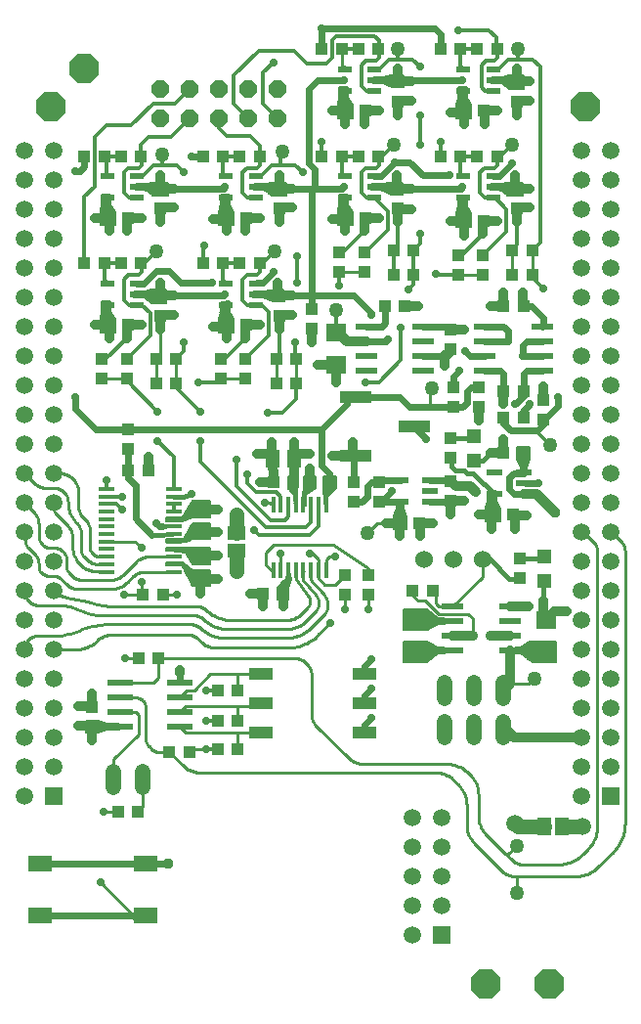
<source format=gtl>
G75*
G70*
%OFA0B0*%
%FSLAX24Y24*%
%IPPOS*%
%LPD*%
%AMOC8*
5,1,8,0,0,1.08239X$1,22.5*
%
%ADD10R,0.0591X0.0591*%
%ADD11C,0.0591*%
%ADD12R,0.0433X0.0394*%
%ADD13R,0.0394X0.0433*%
%ADD14C,0.0500*%
%ADD15R,0.0630X0.0460*%
%ADD16R,0.0866X0.0236*%
%ADD17R,0.0140X0.0580*%
%ADD18OC8,0.1005*%
%ADD19R,0.0520X0.0220*%
%ADD20C,0.0540*%
%ADD21R,0.0790X0.0430*%
%ADD22R,0.0512X0.0591*%
%ADD23R,0.0580X0.0140*%
%ADD24R,0.0500X0.0220*%
%ADD25R,0.0780X0.0220*%
%ADD26R,0.0591X0.0512*%
%ADD27R,0.0709X0.0630*%
%ADD28OC8,0.0600*%
%ADD29R,0.1100X0.0400*%
%ADD30R,0.0472X0.0472*%
%ADD31C,0.0600*%
%ADD32R,0.0827X0.0551*%
%ADD33R,0.0460X0.0630*%
%ADD34C,0.0060*%
%ADD35C,0.0290*%
%ADD36C,0.0320*%
%ADD37C,0.0160*%
%ADD38C,0.0240*%
%ADD39C,0.0120*%
%ADD40C,0.0337*%
%ADD41C,0.0100*%
%ADD42C,0.0416*%
%ADD43C,0.0500*%
%ADD44C,0.0376*%
D10*
X002250Y008000D03*
X015500Y003250D03*
X021250Y008000D03*
D11*
X021250Y009000D03*
X021250Y010000D03*
X021250Y011000D03*
X021250Y012000D03*
X021250Y013000D03*
X021250Y014000D03*
X021250Y015000D03*
X021250Y016000D03*
X021250Y017000D03*
X021250Y018000D03*
X021250Y019000D03*
X021250Y020000D03*
X021250Y021000D03*
X021250Y022000D03*
X021250Y023000D03*
X021250Y024000D03*
X021250Y025000D03*
X021250Y026000D03*
X021250Y027000D03*
X021250Y028000D03*
X021250Y029000D03*
X021250Y030000D03*
X020250Y030000D03*
X020250Y029000D03*
X020250Y028000D03*
X020250Y027000D03*
X020250Y026000D03*
X020250Y025000D03*
X020250Y024000D03*
X020250Y023000D03*
X020250Y022000D03*
X020250Y021000D03*
X020250Y020000D03*
X020250Y019000D03*
X020250Y018000D03*
X020250Y017000D03*
X020250Y016000D03*
X020250Y015000D03*
X020250Y014000D03*
X020250Y013000D03*
X020250Y012000D03*
X020250Y011000D03*
X020250Y010000D03*
X020250Y009000D03*
X020250Y008000D03*
X020300Y006950D03*
X018000Y007050D03*
X015500Y007250D03*
X015500Y006250D03*
X015500Y005250D03*
X015500Y004250D03*
X014500Y004250D03*
X014500Y003250D03*
X014500Y005250D03*
X014500Y006250D03*
X014500Y007250D03*
X002250Y009000D03*
X002250Y010000D03*
X002250Y011000D03*
X002250Y012000D03*
X002250Y013000D03*
X002250Y014000D03*
X002250Y015000D03*
X002250Y016000D03*
X002250Y017000D03*
X002250Y018000D03*
X002250Y019000D03*
X002250Y020000D03*
X002250Y021000D03*
X002250Y022000D03*
X002250Y023000D03*
X002250Y024000D03*
X002250Y025000D03*
X002250Y026000D03*
X002250Y027000D03*
X002250Y028000D03*
X002250Y029000D03*
X002250Y030000D03*
X001250Y030000D03*
X001250Y029000D03*
X001250Y028000D03*
X001250Y027000D03*
X001250Y026000D03*
X001250Y025000D03*
X001250Y024000D03*
X001250Y023000D03*
X001250Y022000D03*
X001250Y021000D03*
X001250Y020000D03*
X001250Y019000D03*
X001250Y018000D03*
X001250Y017000D03*
X001250Y016000D03*
X001250Y015000D03*
X001250Y014000D03*
X001250Y013000D03*
X001250Y012000D03*
X001250Y011000D03*
X001250Y010000D03*
X001250Y009000D03*
X001250Y008000D03*
D12*
X004815Y019100D03*
X004800Y019815D03*
X004800Y020485D03*
X005485Y019100D03*
X004750Y022215D03*
X004750Y022885D03*
X004785Y024050D03*
X004115Y024050D03*
X005765Y022900D03*
X006435Y022900D03*
X008165Y024050D03*
X008835Y024050D03*
X008800Y022885D03*
X008800Y022215D03*
X009865Y022900D03*
X010535Y022900D03*
X012850Y025865D03*
X012850Y026535D03*
X012885Y027700D03*
X012215Y027700D03*
X013865Y026600D03*
X014535Y026600D03*
X014235Y024700D03*
X013565Y024700D03*
X015900Y021935D03*
X015900Y021265D03*
X015800Y020185D03*
X015800Y019515D03*
X017265Y017600D03*
X017935Y017600D03*
X018150Y016085D03*
X018150Y015415D03*
X018285Y019700D03*
X017615Y019700D03*
X017615Y021800D03*
X018285Y021800D03*
X018285Y024700D03*
X017615Y024700D03*
X016900Y025765D03*
X016900Y026435D03*
X016935Y027600D03*
X016265Y027600D03*
X017915Y026600D03*
X018585Y026600D03*
X016935Y031350D03*
X016265Y031350D03*
X012885Y031350D03*
X012215Y031350D03*
X008835Y027700D03*
X008165Y027700D03*
X004785Y027700D03*
X004115Y027700D03*
X009765Y018700D03*
X010435Y018700D03*
X011015Y018700D03*
X011685Y018700D03*
X012500Y018685D03*
X012500Y018015D03*
X013350Y018015D03*
X013350Y018685D03*
X014065Y017300D03*
X014735Y017300D03*
X013000Y015535D03*
X013000Y014865D03*
X012200Y014865D03*
X012200Y015535D03*
X010085Y014900D03*
X009415Y014900D03*
D13*
X008535Y011600D03*
X007865Y011600D03*
X007865Y010550D03*
X008535Y010550D03*
X008535Y009600D03*
X007865Y009600D03*
X006885Y009500D03*
X006215Y009500D03*
X005135Y007450D03*
X004465Y007450D03*
X003550Y010365D03*
X003550Y011035D03*
X005165Y012700D03*
X005835Y012700D03*
X005985Y014850D03*
X005315Y014850D03*
X005765Y022050D03*
X006435Y022050D03*
X007950Y022215D03*
X007950Y022885D03*
X009865Y022050D03*
X010535Y022050D03*
X011050Y023915D03*
X011050Y024585D03*
X009950Y024365D03*
X009950Y025035D03*
X009285Y026150D03*
X008615Y026150D03*
X008035Y026150D03*
X007365Y026150D03*
X005900Y025035D03*
X005900Y024365D03*
X005235Y026150D03*
X004565Y026150D03*
X003985Y026150D03*
X003315Y026150D03*
X003900Y022885D03*
X003900Y022215D03*
X005900Y028015D03*
X005900Y028685D03*
X005235Y029800D03*
X004565Y029800D03*
X003985Y029800D03*
X003315Y029800D03*
X007365Y029800D03*
X008035Y029800D03*
X008615Y029800D03*
X009285Y029800D03*
X009950Y028685D03*
X009950Y028015D03*
X011415Y029800D03*
X012085Y029800D03*
X012665Y029800D03*
X013335Y029800D03*
X014000Y028685D03*
X014000Y028015D03*
X013865Y025750D03*
X014535Y025750D03*
X015800Y023885D03*
X015800Y023215D03*
X016750Y021935D03*
X016750Y021265D03*
X017615Y020900D03*
X018285Y020900D03*
X018950Y020815D03*
X018950Y021485D03*
X018585Y025750D03*
X017915Y025750D03*
X018050Y028015D03*
X018050Y028685D03*
X017385Y029800D03*
X016715Y029800D03*
X016135Y029800D03*
X015465Y029800D03*
X014000Y031665D03*
X014000Y032335D03*
X013335Y033450D03*
X012665Y033450D03*
X012085Y033450D03*
X011415Y033450D03*
X015465Y033450D03*
X016135Y033450D03*
X016715Y033450D03*
X017385Y033450D03*
X018050Y032335D03*
X018050Y031665D03*
X016050Y026435D03*
X016050Y025765D03*
X012000Y025865D03*
X012000Y026535D03*
X015800Y018735D03*
X015800Y018065D03*
X015185Y015000D03*
X014515Y015000D03*
D14*
X012950Y016950D03*
X015150Y021900D03*
X011900Y024550D03*
X009800Y026550D03*
X010050Y029950D03*
X013850Y030200D03*
X014000Y033450D03*
X017900Y030200D03*
X018100Y033450D03*
X019200Y019950D03*
X018650Y012000D03*
X018050Y006300D03*
X018050Y004700D03*
X005750Y026550D03*
X005950Y029850D03*
D15*
X008500Y016950D03*
X008500Y016350D03*
D16*
X006574Y011850D03*
X006574Y011350D03*
X006574Y010850D03*
X006574Y010350D03*
X004526Y010350D03*
X004526Y010850D03*
X004526Y011350D03*
X004526Y011850D03*
D17*
X009750Y015690D03*
X010010Y015690D03*
X010270Y015690D03*
X010520Y015690D03*
X010780Y015690D03*
X011030Y015690D03*
X011290Y015690D03*
X011550Y015690D03*
X011550Y017910D03*
X011290Y017910D03*
X011030Y017910D03*
X010780Y017910D03*
X010520Y017910D03*
X010270Y017910D03*
X010010Y017910D03*
X009750Y017910D03*
D18*
X002150Y031500D03*
X003300Y032800D03*
X020400Y031500D03*
X019150Y001600D03*
X017000Y001600D03*
D19*
X015100Y018030D03*
X015100Y018400D03*
X015100Y018770D03*
X014100Y018770D03*
X014100Y018030D03*
X017290Y018280D03*
X017290Y019020D03*
X018310Y019020D03*
X018310Y018650D03*
X018310Y018280D03*
D20*
X017600Y011870D02*
X017600Y011330D01*
X017600Y010520D02*
X017600Y009980D01*
X016600Y009980D02*
X016600Y010520D01*
X016600Y011330D02*
X016600Y011870D01*
X015600Y011870D02*
X015600Y011330D01*
X015600Y010520D02*
X015600Y009980D01*
X005300Y008820D02*
X005300Y008280D01*
X004300Y008280D02*
X004300Y008820D01*
D21*
X009330Y010150D03*
X009330Y011150D03*
X009330Y012150D03*
X012870Y012150D03*
X012870Y011150D03*
X012870Y010150D03*
D22*
X010474Y019500D03*
X009726Y019500D03*
D23*
X006350Y018460D03*
X006350Y018200D03*
X006350Y017950D03*
X006350Y017690D03*
X006350Y017430D03*
X006350Y017180D03*
X006350Y016920D03*
X006350Y016670D03*
X006350Y016410D03*
X006350Y016150D03*
X006350Y015900D03*
X006350Y015640D03*
X004050Y015640D03*
X004050Y015900D03*
X004050Y016150D03*
X004050Y016410D03*
X004050Y016670D03*
X004050Y016920D03*
X004050Y017180D03*
X004050Y017430D03*
X004050Y017690D03*
X004050Y017950D03*
X004050Y018200D03*
X004050Y018460D03*
D24*
X004090Y024730D03*
X004090Y025470D03*
X005110Y025470D03*
X005110Y025100D03*
X005110Y024730D03*
X005110Y028380D03*
X005110Y028750D03*
X005110Y029120D03*
X004090Y029120D03*
X004090Y028380D03*
X008140Y028380D03*
X008140Y029120D03*
X009160Y029120D03*
X009160Y028750D03*
X009160Y028380D03*
X009160Y025470D03*
X009160Y025100D03*
X009160Y024730D03*
X008140Y024730D03*
X008140Y025470D03*
X012190Y028380D03*
X012190Y029120D03*
X013210Y029120D03*
X013210Y028750D03*
X013210Y028380D03*
X013210Y032030D03*
X013210Y032400D03*
X013210Y032770D03*
X012190Y032770D03*
X012190Y032030D03*
X016240Y032030D03*
X016240Y032770D03*
X017260Y032770D03*
X017260Y032400D03*
X017260Y032030D03*
X017260Y029120D03*
X017260Y028750D03*
X017260Y028380D03*
X016240Y028380D03*
X016240Y029120D03*
D25*
X016980Y024000D03*
X016980Y023500D03*
X016980Y023000D03*
X016980Y022500D03*
X018920Y022500D03*
X018920Y023000D03*
X018920Y023500D03*
X018920Y024000D03*
X014870Y024000D03*
X014870Y023500D03*
X014870Y023000D03*
X014870Y022500D03*
X012930Y022500D03*
X012930Y023000D03*
X012930Y023500D03*
X012930Y024000D03*
X015880Y014450D03*
X015880Y013950D03*
X015880Y013450D03*
X015880Y012950D03*
X017820Y012950D03*
X017820Y013450D03*
X017820Y013950D03*
X017820Y014450D03*
D26*
X007300Y015426D03*
X007300Y016174D03*
X007300Y017026D03*
X007300Y017774D03*
D27*
X011900Y022699D03*
X011900Y023801D03*
X014650Y014001D03*
X014650Y012899D03*
X019050Y012899D03*
X019050Y014001D03*
D28*
X009900Y031100D03*
X009900Y032100D03*
X008900Y032100D03*
X008900Y031100D03*
X007900Y031100D03*
X007900Y032100D03*
X006900Y032100D03*
X006900Y031100D03*
X005900Y031100D03*
X005900Y032100D03*
D29*
X012550Y021600D03*
X012550Y019600D03*
X014550Y020600D03*
D30*
X016600Y020263D03*
X016600Y019437D03*
X019000Y016163D03*
X019000Y015337D03*
D31*
X016900Y016050D03*
X015900Y016050D03*
X014900Y016050D03*
D32*
X001809Y003914D03*
X001809Y005686D03*
X005391Y005686D03*
X005391Y003914D03*
D33*
X019000Y006950D03*
X019600Y006950D03*
D34*
X019400Y012550D02*
X018600Y012550D01*
X018200Y012850D01*
X018000Y012850D01*
X018000Y013050D01*
X018200Y013050D01*
X018500Y013250D01*
X019400Y013250D01*
X019400Y012550D01*
X019400Y012551D02*
X018599Y012551D01*
X018521Y012610D02*
X019400Y012610D01*
X019400Y012668D02*
X018443Y012668D01*
X018365Y012727D02*
X019400Y012727D01*
X019400Y012785D02*
X018287Y012785D01*
X018209Y012844D02*
X019400Y012844D01*
X019400Y012902D02*
X018000Y012902D01*
X018000Y012961D02*
X019400Y012961D01*
X019400Y013019D02*
X018000Y013019D01*
X018241Y013078D02*
X019400Y013078D01*
X019400Y013136D02*
X018329Y013136D01*
X018417Y013195D02*
X019400Y013195D01*
X017500Y017350D02*
X017000Y017350D01*
X017000Y017800D01*
X017050Y018050D01*
X017050Y018400D01*
X017350Y018400D01*
X017350Y018050D01*
X017500Y017800D01*
X017500Y017350D01*
X017500Y017407D02*
X017000Y017407D01*
X017000Y017465D02*
X017500Y017465D01*
X017500Y017524D02*
X017000Y017524D01*
X017000Y017582D02*
X017500Y017582D01*
X017500Y017641D02*
X017000Y017641D01*
X017000Y017699D02*
X017500Y017699D01*
X017500Y017758D02*
X017000Y017758D01*
X017003Y017816D02*
X017490Y017816D01*
X017455Y017875D02*
X017015Y017875D01*
X017027Y017933D02*
X017420Y017933D01*
X017385Y017992D02*
X017038Y017992D01*
X017050Y018050D02*
X017350Y018050D01*
X017350Y018109D02*
X017050Y018109D01*
X017050Y018167D02*
X017350Y018167D01*
X017350Y018226D02*
X017050Y018226D01*
X017050Y018284D02*
X017350Y018284D01*
X017350Y018343D02*
X017050Y018343D01*
X018200Y019200D02*
X018050Y019500D01*
X018050Y019900D01*
X018500Y019900D01*
X018500Y019500D01*
X018400Y019200D01*
X018400Y018950D01*
X018200Y018950D01*
X018200Y019200D01*
X018190Y019220D02*
X018407Y019220D01*
X018400Y019162D02*
X018200Y019162D01*
X018200Y019103D02*
X018400Y019103D01*
X018400Y019045D02*
X018200Y019045D01*
X018200Y018986D02*
X018400Y018986D01*
X018426Y019279D02*
X018161Y019279D01*
X018131Y019337D02*
X018446Y019337D01*
X018465Y019396D02*
X018102Y019396D01*
X018073Y019454D02*
X018485Y019454D01*
X018500Y019513D02*
X018050Y019513D01*
X018050Y019571D02*
X018500Y019571D01*
X018500Y019630D02*
X018050Y019630D01*
X018050Y019688D02*
X018500Y019688D01*
X018500Y019747D02*
X018050Y019747D01*
X018050Y019805D02*
X018500Y019805D01*
X018500Y019864D02*
X018050Y019864D01*
X015000Y014350D02*
X015350Y014050D01*
X015600Y014050D01*
X015600Y013850D01*
X015350Y013850D01*
X015000Y013650D01*
X014200Y013650D01*
X014200Y014350D01*
X015000Y014350D01*
X015051Y014306D02*
X014200Y014306D01*
X014200Y014248D02*
X015120Y014248D01*
X015188Y014189D02*
X014200Y014189D01*
X014200Y014131D02*
X015256Y014131D01*
X015324Y014072D02*
X014200Y014072D01*
X014200Y014014D02*
X015600Y014014D01*
X015600Y013955D02*
X014200Y013955D01*
X014200Y013897D02*
X015600Y013897D01*
X015329Y013838D02*
X014200Y013838D01*
X014200Y013780D02*
X015227Y013780D01*
X015124Y013721D02*
X014200Y013721D01*
X014200Y013663D02*
X015022Y013663D01*
X015000Y013250D02*
X015350Y013050D01*
X015600Y013050D01*
X015600Y012850D01*
X015350Y012850D01*
X015000Y012550D01*
X014200Y012550D01*
X014200Y013250D01*
X015000Y013250D01*
X015097Y013195D02*
X014200Y013195D01*
X014200Y013136D02*
X015199Y013136D01*
X015302Y013078D02*
X014200Y013078D01*
X014200Y013019D02*
X015600Y013019D01*
X015600Y012961D02*
X014200Y012961D01*
X014200Y012902D02*
X015600Y012902D01*
X015342Y012844D02*
X014200Y012844D01*
X014200Y012785D02*
X015274Y012785D01*
X015206Y012727D02*
X014200Y012727D01*
X014200Y012668D02*
X015138Y012668D01*
X015069Y012610D02*
X014200Y012610D01*
X014200Y012551D02*
X015001Y012551D01*
X014300Y017100D02*
X013850Y017100D01*
X013850Y017500D01*
X013950Y017800D01*
X013950Y018050D01*
X014200Y018050D01*
X014200Y017800D01*
X014300Y017500D01*
X014300Y017100D01*
X014300Y017114D02*
X013850Y017114D01*
X013850Y017173D02*
X014300Y017173D01*
X014300Y017231D02*
X013850Y017231D01*
X013850Y017290D02*
X014300Y017290D01*
X014300Y017348D02*
X013850Y017348D01*
X013850Y017407D02*
X014300Y017407D01*
X014300Y017465D02*
X013850Y017465D01*
X013858Y017524D02*
X014292Y017524D01*
X014273Y017582D02*
X013877Y017582D01*
X013897Y017641D02*
X014253Y017641D01*
X014234Y017699D02*
X013916Y017699D01*
X013936Y017758D02*
X014214Y017758D01*
X014200Y017816D02*
X013950Y017816D01*
X013950Y017875D02*
X014200Y017875D01*
X014200Y017933D02*
X013950Y017933D01*
X013950Y017992D02*
X014200Y017992D01*
X011900Y018500D02*
X011600Y018200D01*
X011600Y017950D01*
X011500Y017950D01*
X011500Y018100D01*
X011450Y018500D01*
X011450Y018900D01*
X011900Y018900D01*
X011900Y018500D01*
X011900Y018518D02*
X011450Y018518D01*
X011450Y018577D02*
X011900Y018577D01*
X011900Y018635D02*
X011450Y018635D01*
X011450Y018694D02*
X011900Y018694D01*
X011900Y018752D02*
X011450Y018752D01*
X011450Y018811D02*
X011900Y018811D01*
X011900Y018869D02*
X011450Y018869D01*
X011200Y018869D02*
X010800Y018869D01*
X010800Y018900D02*
X011200Y018900D01*
X011200Y018500D01*
X010850Y018250D01*
X010850Y017900D01*
X010750Y017900D01*
X010750Y018250D01*
X010800Y018500D01*
X010800Y018900D01*
X010800Y018811D02*
X011200Y018811D01*
X011200Y018752D02*
X010800Y018752D01*
X010800Y018694D02*
X011200Y018694D01*
X011200Y018635D02*
X010800Y018635D01*
X010800Y018577D02*
X011200Y018577D01*
X011200Y018518D02*
X010800Y018518D01*
X010792Y018460D02*
X011143Y018460D01*
X011062Y018401D02*
X010780Y018401D01*
X010769Y018343D02*
X010980Y018343D01*
X010898Y018284D02*
X010757Y018284D01*
X010750Y018226D02*
X010850Y018226D01*
X010850Y018167D02*
X010750Y018167D01*
X010750Y018109D02*
X010850Y018109D01*
X010850Y018050D02*
X010750Y018050D01*
X010750Y017992D02*
X010850Y017992D01*
X010850Y017933D02*
X010750Y017933D01*
X010550Y017933D02*
X010485Y017933D01*
X010492Y017875D02*
X010550Y017875D01*
X010550Y017816D02*
X010498Y017816D01*
X010500Y017800D02*
X010450Y018250D01*
X010250Y018500D01*
X010250Y018900D01*
X010600Y018900D01*
X010550Y018250D01*
X010550Y017800D01*
X010500Y017800D01*
X010479Y017992D02*
X010550Y017992D01*
X010550Y018050D02*
X010472Y018050D01*
X010466Y018109D02*
X010550Y018109D01*
X010550Y018167D02*
X010459Y018167D01*
X010453Y018226D02*
X010550Y018226D01*
X010553Y018284D02*
X010423Y018284D01*
X010376Y018343D02*
X010557Y018343D01*
X010562Y018401D02*
X010329Y018401D01*
X010282Y018460D02*
X010566Y018460D01*
X010571Y018518D02*
X010250Y018518D01*
X010250Y018577D02*
X010575Y018577D01*
X010580Y018635D02*
X010250Y018635D01*
X010250Y018694D02*
X010584Y018694D01*
X010589Y018752D02*
X010250Y018752D01*
X010250Y018811D02*
X010593Y018811D01*
X010598Y018869D02*
X010250Y018869D01*
X011455Y018460D02*
X011860Y018460D01*
X011801Y018401D02*
X011462Y018401D01*
X011470Y018343D02*
X011743Y018343D01*
X011684Y018284D02*
X011477Y018284D01*
X011484Y018226D02*
X011626Y018226D01*
X011600Y018167D02*
X011492Y018167D01*
X011499Y018109D02*
X011600Y018109D01*
X011600Y018050D02*
X011500Y018050D01*
X011500Y017992D02*
X011600Y017992D01*
X010250Y015800D02*
X010350Y015400D01*
X010250Y015100D01*
X010250Y014700D01*
X009900Y014700D01*
X009900Y015100D01*
X010110Y015310D01*
X010117Y015310D01*
X010170Y015363D01*
X010170Y015370D01*
X010200Y015400D01*
X010250Y015800D01*
X010246Y015769D02*
X010258Y015769D01*
X010272Y015710D02*
X010239Y015710D01*
X010231Y015652D02*
X010287Y015652D01*
X010302Y015593D02*
X010224Y015593D01*
X010217Y015535D02*
X010316Y015535D01*
X010331Y015476D02*
X010210Y015476D01*
X010202Y015418D02*
X010346Y015418D01*
X010336Y015359D02*
X010166Y015359D01*
X010101Y015301D02*
X010317Y015301D01*
X010297Y015242D02*
X010042Y015242D01*
X009984Y015184D02*
X010278Y015184D01*
X010258Y015125D02*
X009925Y015125D01*
X009900Y015067D02*
X010250Y015067D01*
X010250Y015008D02*
X009900Y015008D01*
X009900Y014950D02*
X010250Y014950D01*
X010250Y014891D02*
X009900Y014891D01*
X009900Y014833D02*
X010250Y014833D01*
X010250Y014774D02*
X009900Y014774D01*
X009900Y014716D02*
X010250Y014716D01*
X007600Y015150D02*
X007000Y015150D01*
X006730Y015690D01*
X006730Y015747D01*
X006677Y015800D01*
X006675Y015800D01*
X006650Y015850D01*
X006100Y015850D01*
X006100Y015950D01*
X006650Y015950D01*
X007000Y015700D01*
X007600Y015700D01*
X007600Y015150D01*
X007600Y015184D02*
X006983Y015184D01*
X006954Y015242D02*
X007600Y015242D01*
X007600Y015301D02*
X006925Y015301D01*
X006895Y015359D02*
X007600Y015359D01*
X007600Y015418D02*
X006866Y015418D01*
X006837Y015476D02*
X007600Y015476D01*
X007600Y015535D02*
X006808Y015535D01*
X006778Y015593D02*
X007600Y015593D01*
X007600Y015652D02*
X006749Y015652D01*
X006730Y015710D02*
X006986Y015710D01*
X006904Y015769D02*
X006709Y015769D01*
X006661Y015827D02*
X006822Y015827D01*
X006740Y015886D02*
X006100Y015886D01*
X006100Y015944D02*
X006658Y015944D01*
X006899Y016061D02*
X007600Y016061D01*
X007600Y016003D02*
X006936Y016003D01*
X006972Y015944D02*
X007600Y015944D01*
X007600Y015900D02*
X007000Y015900D01*
X006750Y016300D01*
X006682Y016305D01*
X006677Y016310D01*
X006620Y016310D01*
X006100Y016350D01*
X006100Y016450D01*
X007600Y016450D01*
X007600Y015900D01*
X007600Y016120D02*
X006863Y016120D01*
X006826Y016178D02*
X007600Y016178D01*
X007600Y016237D02*
X006790Y016237D01*
X006753Y016295D02*
X007600Y016295D01*
X007600Y016354D02*
X006100Y016354D01*
X006100Y016412D02*
X007600Y016412D01*
X007600Y016750D02*
X007000Y016750D01*
X006800Y016650D01*
X006100Y016650D01*
X006100Y016750D01*
X006700Y016750D01*
X007000Y017300D01*
X007600Y017300D01*
X007600Y016750D01*
X007600Y016763D02*
X006707Y016763D01*
X006739Y016822D02*
X007600Y016822D01*
X007600Y016880D02*
X006771Y016880D01*
X006803Y016939D02*
X007600Y016939D01*
X007600Y016997D02*
X006835Y016997D01*
X006867Y017056D02*
X007600Y017056D01*
X007600Y017114D02*
X006899Y017114D01*
X006930Y017173D02*
X007600Y017173D01*
X007600Y017231D02*
X006962Y017231D01*
X006994Y017290D02*
X007600Y017290D01*
X007600Y017500D02*
X007000Y017500D01*
X006650Y017350D01*
X006100Y017350D01*
X006100Y017500D01*
X006650Y017500D01*
X006669Y017530D01*
X006677Y017530D01*
X006730Y017583D01*
X006730Y017626D01*
X007000Y018050D01*
X007600Y018050D01*
X007600Y017500D01*
X007600Y017524D02*
X006665Y017524D01*
X006729Y017582D02*
X007600Y017582D01*
X007600Y017641D02*
X006739Y017641D01*
X006777Y017699D02*
X007600Y017699D01*
X007600Y017758D02*
X006814Y017758D01*
X006851Y017816D02*
X007600Y017816D01*
X007600Y017875D02*
X006888Y017875D01*
X006926Y017933D02*
X007600Y017933D01*
X007600Y017992D02*
X006963Y017992D01*
X006919Y017465D02*
X006100Y017465D01*
X006100Y017407D02*
X006782Y017407D01*
X006909Y016705D02*
X006100Y016705D01*
X004500Y010450D02*
X004100Y010450D01*
X003750Y010550D01*
X003350Y010550D01*
X003350Y010150D01*
X003750Y010150D01*
X004100Y010250D01*
X004500Y010250D01*
X004500Y010450D01*
X004500Y010445D02*
X003350Y010445D01*
X003350Y010387D02*
X004500Y010387D01*
X004500Y010328D02*
X003350Y010328D01*
X003350Y010270D02*
X004500Y010270D01*
X003964Y010211D02*
X003350Y010211D01*
X003350Y010153D02*
X003759Y010153D01*
X003913Y010504D02*
X003350Y010504D01*
X003850Y023800D02*
X003850Y024250D01*
X003900Y024500D01*
X003900Y024850D01*
X004200Y024850D01*
X004200Y024500D01*
X004350Y024250D01*
X004350Y023800D01*
X003850Y023800D01*
X003850Y023842D02*
X004350Y023842D01*
X004350Y023900D02*
X003850Y023900D01*
X003850Y023959D02*
X004350Y023959D01*
X004350Y024017D02*
X003850Y024017D01*
X003850Y024076D02*
X004350Y024076D01*
X004350Y024134D02*
X003850Y024134D01*
X003850Y024193D02*
X004350Y024193D01*
X004349Y024251D02*
X003850Y024251D01*
X003862Y024310D02*
X004314Y024310D01*
X004279Y024368D02*
X003874Y024368D01*
X003885Y024427D02*
X004244Y024427D01*
X004209Y024485D02*
X003897Y024485D01*
X003900Y024544D02*
X004200Y024544D01*
X004200Y024602D02*
X003900Y024602D01*
X003900Y024661D02*
X004200Y024661D01*
X004200Y024719D02*
X003900Y024719D01*
X003900Y024778D02*
X004200Y024778D01*
X004200Y024836D02*
X003900Y024836D01*
X005000Y025000D02*
X005000Y025200D01*
X005350Y025200D01*
X005600Y025250D01*
X006100Y025250D01*
X006100Y024800D01*
X005600Y024800D01*
X005350Y025000D01*
X005000Y025000D01*
X005000Y025012D02*
X006100Y025012D01*
X006100Y025070D02*
X005000Y025070D01*
X005000Y025129D02*
X006100Y025129D01*
X006100Y025187D02*
X005000Y025187D01*
X005409Y024953D02*
X006100Y024953D01*
X006100Y024895D02*
X005482Y024895D01*
X005555Y024836D02*
X006100Y024836D01*
X006100Y025246D02*
X005578Y025246D01*
X004350Y027450D02*
X003850Y027450D01*
X003850Y027900D01*
X003900Y028150D01*
X003900Y028500D01*
X004200Y028500D01*
X004200Y028150D01*
X004350Y027900D01*
X004350Y027450D01*
X004350Y027469D02*
X003850Y027469D01*
X003850Y027527D02*
X004350Y027527D01*
X004350Y027586D02*
X003850Y027586D01*
X003850Y027644D02*
X004350Y027644D01*
X004350Y027703D02*
X003850Y027703D01*
X003850Y027761D02*
X004350Y027761D01*
X004350Y027820D02*
X003850Y027820D01*
X003850Y027878D02*
X004350Y027878D01*
X004328Y027937D02*
X003857Y027937D01*
X003869Y027995D02*
X004293Y027995D01*
X004258Y028054D02*
X003881Y028054D01*
X003892Y028112D02*
X004223Y028112D01*
X004200Y028171D02*
X003900Y028171D01*
X003900Y028229D02*
X004200Y028229D01*
X004200Y028288D02*
X003900Y028288D01*
X003900Y028346D02*
X004200Y028346D01*
X004200Y028405D02*
X003900Y028405D01*
X003900Y028463D02*
X004200Y028463D01*
X005050Y028650D02*
X005050Y028850D01*
X005400Y028850D01*
X005650Y028900D01*
X006150Y028900D01*
X006150Y028450D01*
X005650Y028450D01*
X005400Y028650D01*
X005050Y028650D01*
X005050Y028697D02*
X006150Y028697D01*
X006150Y028639D02*
X005414Y028639D01*
X005487Y028580D02*
X006150Y028580D01*
X006150Y028522D02*
X005560Y028522D01*
X005634Y028463D02*
X006150Y028463D01*
X006150Y028756D02*
X005050Y028756D01*
X005050Y028814D02*
X006150Y028814D01*
X006150Y028873D02*
X005513Y028873D01*
X007950Y028490D02*
X007950Y028150D01*
X007900Y027900D01*
X007900Y027450D01*
X008400Y027450D01*
X008400Y027900D01*
X008250Y028150D01*
X008250Y028500D01*
X008147Y028500D01*
X008137Y028490D01*
X007950Y028490D01*
X007950Y028463D02*
X008250Y028463D01*
X008250Y028405D02*
X007950Y028405D01*
X007950Y028346D02*
X008250Y028346D01*
X008250Y028288D02*
X007950Y028288D01*
X007950Y028229D02*
X008250Y028229D01*
X008250Y028171D02*
X007950Y028171D01*
X007942Y028112D02*
X008273Y028112D01*
X008308Y028054D02*
X007931Y028054D01*
X007919Y027995D02*
X008343Y027995D01*
X008378Y027937D02*
X007907Y027937D01*
X007900Y027878D02*
X008400Y027878D01*
X008400Y027820D02*
X007900Y027820D01*
X007900Y027761D02*
X008400Y027761D01*
X008400Y027703D02*
X007900Y027703D01*
X007900Y027644D02*
X008400Y027644D01*
X008400Y027586D02*
X007900Y027586D01*
X007900Y027527D02*
X008400Y027527D01*
X008400Y027469D02*
X007900Y027469D01*
X009100Y028650D02*
X009100Y028850D01*
X009500Y028850D01*
X009700Y028900D01*
X010200Y028900D01*
X010200Y028450D01*
X009700Y028450D01*
X009450Y028650D01*
X009100Y028650D01*
X009100Y028697D02*
X010200Y028697D01*
X010200Y028639D02*
X009464Y028639D01*
X009537Y028580D02*
X010200Y028580D01*
X010200Y028522D02*
X009610Y028522D01*
X009684Y028463D02*
X010200Y028463D01*
X010200Y028756D02*
X009100Y028756D01*
X009100Y028814D02*
X010200Y028814D01*
X010200Y028873D02*
X009590Y028873D01*
X012000Y028150D02*
X011950Y027900D01*
X011950Y027450D01*
X012450Y027450D01*
X012450Y027900D01*
X012300Y028150D01*
X012300Y028500D01*
X012197Y028500D01*
X012187Y028490D01*
X012000Y028490D01*
X012000Y028150D01*
X012000Y028171D02*
X012300Y028171D01*
X012300Y028229D02*
X012000Y028229D01*
X012000Y028288D02*
X012300Y028288D01*
X012300Y028346D02*
X012000Y028346D01*
X012000Y028405D02*
X012300Y028405D01*
X012300Y028463D02*
X012000Y028463D01*
X011992Y028112D02*
X012323Y028112D01*
X012358Y028054D02*
X011981Y028054D01*
X011969Y027995D02*
X012393Y027995D01*
X012428Y027937D02*
X011957Y027937D01*
X011950Y027878D02*
X012450Y027878D01*
X012450Y027820D02*
X011950Y027820D01*
X011950Y027761D02*
X012450Y027761D01*
X012450Y027703D02*
X011950Y027703D01*
X011950Y027644D02*
X012450Y027644D01*
X012450Y027586D02*
X011950Y027586D01*
X011950Y027527D02*
X012450Y027527D01*
X012450Y027469D02*
X011950Y027469D01*
X013100Y028650D02*
X013100Y028850D01*
X013450Y028850D01*
X013750Y028900D01*
X014150Y028900D01*
X014150Y028500D01*
X013750Y028500D01*
X013450Y028650D01*
X013100Y028650D01*
X013100Y028697D02*
X014150Y028697D01*
X014150Y028639D02*
X013473Y028639D01*
X013590Y028580D02*
X014150Y028580D01*
X014150Y028522D02*
X013707Y028522D01*
X013586Y028873D02*
X014150Y028873D01*
X014150Y028814D02*
X013100Y028814D01*
X013100Y028756D02*
X014150Y028756D01*
X012450Y031100D02*
X011950Y031100D01*
X011950Y031550D01*
X012000Y031800D01*
X012000Y032150D01*
X012300Y032150D01*
X012300Y031800D01*
X012450Y031550D01*
X012450Y031100D01*
X012450Y031154D02*
X011950Y031154D01*
X011950Y031213D02*
X012450Y031213D01*
X012450Y031271D02*
X011950Y031271D01*
X011950Y031330D02*
X012450Y031330D01*
X012450Y031388D02*
X011950Y031388D01*
X011950Y031447D02*
X012450Y031447D01*
X012450Y031505D02*
X011950Y031505D01*
X011953Y031564D02*
X012442Y031564D01*
X012407Y031622D02*
X011964Y031622D01*
X011976Y031681D02*
X012372Y031681D01*
X012337Y031739D02*
X011988Y031739D01*
X012000Y031798D02*
X012301Y031798D01*
X012300Y031856D02*
X012000Y031856D01*
X012000Y031915D02*
X012300Y031915D01*
X012300Y031973D02*
X012000Y031973D01*
X012000Y032032D02*
X012300Y032032D01*
X012300Y032090D02*
X012000Y032090D01*
X012000Y032149D02*
X012300Y032149D01*
X013150Y032300D02*
X013150Y032500D01*
X013500Y032500D01*
X013750Y032550D01*
X014200Y032550D01*
X014200Y032150D01*
X013800Y032150D01*
X013500Y032300D01*
X013150Y032300D01*
X013150Y032324D02*
X014200Y032324D01*
X014200Y032266D02*
X013569Y032266D01*
X013686Y032207D02*
X014200Y032207D01*
X014200Y032383D02*
X013150Y032383D01*
X013150Y032441D02*
X014200Y032441D01*
X014200Y032500D02*
X013150Y032500D01*
X016050Y032150D02*
X016050Y031800D01*
X016000Y031550D01*
X016000Y031100D01*
X016500Y031100D01*
X016500Y031550D01*
X016350Y031800D01*
X016350Y032150D01*
X016050Y032150D01*
X016050Y032149D02*
X016350Y032149D01*
X016350Y032090D02*
X016050Y032090D01*
X016050Y032032D02*
X016350Y032032D01*
X016350Y031973D02*
X016050Y031973D01*
X016050Y031915D02*
X016350Y031915D01*
X016350Y031856D02*
X016050Y031856D01*
X016050Y031798D02*
X016351Y031798D01*
X016387Y031739D02*
X016038Y031739D01*
X016026Y031681D02*
X016422Y031681D01*
X016457Y031622D02*
X016014Y031622D01*
X016003Y031564D02*
X016492Y031564D01*
X016500Y031505D02*
X016000Y031505D01*
X016000Y031447D02*
X016500Y031447D01*
X016500Y031388D02*
X016000Y031388D01*
X016000Y031330D02*
X016500Y031330D01*
X016500Y031271D02*
X016000Y031271D01*
X016000Y031213D02*
X016500Y031213D01*
X016500Y031154D02*
X016000Y031154D01*
X017200Y032300D02*
X017200Y032500D01*
X017550Y032500D01*
X017800Y032550D01*
X018300Y032550D01*
X018300Y032100D01*
X017800Y032100D01*
X017550Y032300D01*
X017200Y032300D01*
X017200Y032500D01*
X017550Y032500D01*
X017800Y032550D01*
X018300Y032550D01*
X018300Y032100D01*
X017800Y032100D01*
X017550Y032300D01*
X017200Y032300D01*
X017200Y032324D02*
X018300Y032324D01*
X017200Y032324D01*
X017200Y032383D02*
X018300Y032383D01*
X017200Y032383D01*
X017200Y032441D02*
X018300Y032441D01*
X017200Y032441D01*
X017200Y032500D02*
X018300Y032500D01*
X017200Y032500D01*
X017593Y032266D02*
X018300Y032266D01*
X017593Y032266D01*
X017666Y032207D02*
X018300Y032207D01*
X017666Y032207D01*
X017739Y032149D02*
X018300Y032149D01*
X017739Y032149D01*
X017750Y028900D02*
X017500Y028850D01*
X017150Y028850D01*
X017150Y028650D01*
X017500Y028650D01*
X017750Y028450D01*
X018250Y028450D01*
X018250Y028900D01*
X017750Y028900D01*
X017613Y028873D02*
X018250Y028873D01*
X018250Y028814D02*
X017150Y028814D01*
X017150Y028756D02*
X018250Y028756D01*
X018250Y028697D02*
X017150Y028697D01*
X017514Y028639D02*
X018250Y028639D01*
X018250Y028580D02*
X017587Y028580D01*
X017660Y028522D02*
X018250Y028522D01*
X018250Y028463D02*
X017734Y028463D01*
X016500Y027850D02*
X016500Y027400D01*
X016000Y027400D01*
X016000Y027850D01*
X016050Y028100D01*
X016050Y028450D01*
X016350Y028450D01*
X016350Y028100D01*
X016500Y027850D01*
X016500Y027820D02*
X016000Y027820D01*
X016006Y027878D02*
X016483Y027878D01*
X016448Y027937D02*
X016017Y027937D01*
X016029Y027995D02*
X016413Y027995D01*
X016378Y028054D02*
X016041Y028054D01*
X016050Y028112D02*
X016350Y028112D01*
X016350Y028171D02*
X016050Y028171D01*
X016050Y028229D02*
X016350Y028229D01*
X016350Y028288D02*
X016050Y028288D01*
X016050Y028346D02*
X016350Y028346D01*
X016350Y028405D02*
X016050Y028405D01*
X016000Y027761D02*
X016500Y027761D01*
X016500Y027703D02*
X016000Y027703D01*
X016000Y027644D02*
X016500Y027644D01*
X016500Y027586D02*
X016000Y027586D01*
X016000Y027527D02*
X016500Y027527D01*
X016500Y027469D02*
X016000Y027469D01*
X016000Y027410D02*
X016500Y027410D01*
X010100Y025250D02*
X010100Y024850D01*
X009750Y024850D01*
X009400Y025000D01*
X009050Y025000D01*
X009050Y025200D01*
X009350Y025200D01*
X010100Y025250D01*
X010100Y025246D02*
X010034Y025246D01*
X010100Y025187D02*
X009050Y025187D01*
X009050Y025129D02*
X010100Y025129D01*
X010100Y025070D02*
X009050Y025070D01*
X009050Y025012D02*
X010100Y025012D01*
X010100Y024953D02*
X009509Y024953D01*
X009646Y024895D02*
X010100Y024895D01*
X008400Y024250D02*
X008400Y023800D01*
X007900Y023800D01*
X007900Y024250D01*
X007950Y024500D01*
X007950Y024840D01*
X008137Y024840D01*
X008147Y024850D01*
X008250Y024850D01*
X008250Y024500D01*
X008400Y024250D01*
X008399Y024251D02*
X007900Y024251D01*
X007900Y024193D02*
X008400Y024193D01*
X008400Y024134D02*
X007900Y024134D01*
X007900Y024076D02*
X008400Y024076D01*
X008400Y024017D02*
X007900Y024017D01*
X007900Y023959D02*
X008400Y023959D01*
X008400Y023900D02*
X007900Y023900D01*
X007900Y023842D02*
X008400Y023842D01*
X008364Y024310D02*
X007912Y024310D01*
X007924Y024368D02*
X008329Y024368D01*
X008294Y024427D02*
X007935Y024427D01*
X007947Y024485D02*
X008259Y024485D01*
X008250Y024544D02*
X007950Y024544D01*
X007950Y024602D02*
X008250Y024602D01*
X008250Y024661D02*
X007950Y024661D01*
X007950Y024719D02*
X008250Y024719D01*
X008250Y024778D02*
X007950Y024778D01*
X007950Y024836D02*
X008250Y024836D01*
D35*
X008100Y025100D03*
X007650Y025500D03*
X007400Y026750D03*
X007700Y027650D03*
X008150Y027250D03*
X008800Y027250D03*
X009300Y027700D03*
X009950Y027550D03*
X010400Y028050D03*
X010400Y028700D03*
X009950Y029150D03*
X010750Y029250D03*
X011400Y030300D03*
X011750Y031350D03*
X012200Y030900D03*
X012850Y030900D03*
X013350Y031350D03*
X014000Y031200D03*
X014450Y031700D03*
X014750Y031200D03*
X014750Y030200D03*
X015450Y030300D03*
X015800Y031300D03*
X016250Y030900D03*
X016950Y030900D03*
X017400Y031350D03*
X018050Y031200D03*
X018500Y031700D03*
X018500Y032350D03*
X018050Y032800D03*
X016200Y032400D03*
X016050Y034100D03*
X014750Y032850D03*
X014450Y032350D03*
X014000Y032800D03*
X012150Y032400D03*
X011400Y034150D03*
X009750Y033000D03*
X006950Y029800D03*
X006700Y029250D03*
X006350Y028700D03*
X005900Y029150D03*
X006350Y028050D03*
X005900Y027550D03*
X005250Y027700D03*
X004750Y027250D03*
X004150Y027250D03*
X003650Y027700D03*
X003000Y029300D03*
X005900Y025500D03*
X006350Y025050D03*
X006350Y024400D03*
X005900Y023900D03*
X005250Y024050D03*
X004750Y023600D03*
X004150Y023600D03*
X003650Y024050D03*
X003000Y021600D03*
X004050Y018750D03*
X004600Y018200D03*
X004600Y017750D03*
X005250Y016450D03*
X005750Y017300D03*
X005250Y015300D03*
X004650Y014850D03*
X004700Y012700D03*
X003550Y011500D03*
X003100Y011050D03*
X003100Y010400D03*
X003550Y009900D03*
X003950Y007450D03*
X003850Y005050D03*
X007450Y009600D03*
X007450Y010550D03*
X007450Y011600D03*
X006550Y012300D03*
X006450Y014850D03*
X007250Y014900D03*
X007850Y015400D03*
X007850Y016200D03*
X007850Y017000D03*
X007850Y017750D03*
X006950Y018300D03*
X007250Y020100D03*
X007250Y021100D03*
X007200Y022100D03*
X006700Y023450D03*
X007700Y024000D03*
X008150Y023600D03*
X008800Y023600D03*
X009300Y024050D03*
X009950Y023900D03*
X010400Y024400D03*
X010400Y025050D03*
X010550Y025500D03*
X009900Y025500D03*
X009750Y025850D03*
X010550Y026400D03*
X011750Y027650D03*
X012200Y027250D03*
X012850Y027250D03*
X013350Y027700D03*
X014000Y027550D03*
X014450Y028000D03*
X014450Y028700D03*
X013950Y029150D03*
X013900Y029600D03*
X014750Y027150D03*
X015300Y025800D03*
X014700Y024700D03*
X014350Y025250D03*
X014100Y023950D03*
X013650Y023550D03*
X013100Y024400D03*
X012000Y025400D03*
X011050Y023450D03*
X010500Y023450D03*
X011250Y022700D03*
X011900Y022100D03*
X012900Y022100D03*
X012450Y020050D03*
X011750Y019600D03*
X011000Y019650D03*
X011000Y019150D03*
X010450Y020050D03*
X009700Y020050D03*
X009200Y019650D03*
X008850Y018950D03*
X009300Y018700D03*
X009450Y018000D03*
X009100Y017050D03*
X010000Y016250D03*
X011000Y016250D03*
X011850Y016150D03*
X012200Y014350D03*
X011700Y013900D03*
X013000Y014350D03*
X013100Y012650D03*
X013100Y011650D03*
X013100Y010650D03*
X010100Y014450D03*
X009400Y014450D03*
X008950Y014900D03*
X008500Y019450D03*
X009550Y021050D03*
X005800Y021100D03*
X005800Y020100D03*
X005500Y019550D03*
X008100Y028750D03*
X012150Y028750D03*
X015750Y029150D03*
X016200Y028750D03*
X015800Y027600D03*
X016250Y027100D03*
X016900Y027150D03*
X017400Y027600D03*
X018050Y027550D03*
X018500Y028050D03*
X018500Y028700D03*
X018000Y029150D03*
X017900Y029550D03*
X018950Y025300D03*
X018250Y025150D03*
X017600Y025150D03*
X017150Y024700D03*
X016250Y023900D03*
X016300Y023150D03*
X016100Y022500D03*
X015600Y022650D03*
X016750Y020800D03*
X017600Y021350D03*
X018000Y021350D03*
X018500Y021350D03*
X018950Y021950D03*
X019450Y021600D03*
X018250Y023000D03*
X017750Y023500D03*
X017600Y020150D03*
X017150Y019700D03*
X016650Y018350D03*
X016250Y018050D03*
X015800Y017600D03*
X015200Y017300D03*
X014750Y016850D03*
X014050Y016850D03*
X013600Y017300D03*
X013800Y018400D03*
X014950Y020150D03*
X016750Y017600D03*
X017200Y017100D03*
X018000Y017100D03*
X018400Y017550D03*
X018800Y018650D03*
X018950Y014650D03*
X018450Y014450D03*
X019750Y014300D03*
D36*
X019349Y014300D01*
X019050Y014001D01*
X018950Y014000D02*
X018950Y014650D01*
X018450Y014450D02*
X017820Y014450D01*
X017820Y013450D02*
X017150Y013450D01*
X016550Y013450D02*
X015880Y013450D01*
X017600Y011600D02*
X017820Y011820D01*
X017820Y012950D01*
X017700Y010250D02*
X017600Y010250D01*
X017700Y010250D02*
X017950Y010000D01*
X020250Y010000D01*
X018000Y017100D02*
X018000Y017550D01*
X018400Y017550D01*
X018310Y018280D02*
X018720Y018280D01*
X019350Y017650D01*
X017600Y019700D02*
X017600Y020150D01*
X017600Y019700D02*
X017150Y019700D01*
X016450Y018550D02*
X015985Y018550D01*
X015800Y018735D01*
X015800Y018050D02*
X015800Y017600D01*
X015800Y018050D02*
X016250Y018050D01*
X016650Y018350D02*
X016450Y018550D01*
X016750Y017600D02*
X017200Y017600D01*
X017200Y017100D01*
X015200Y017300D02*
X014750Y017300D01*
X014750Y016850D01*
X014050Y016850D02*
X014050Y017300D01*
X013600Y017300D01*
X012450Y019600D02*
X012450Y020050D01*
X012200Y019600D02*
X011750Y019600D01*
X011000Y019650D02*
X010450Y019650D01*
X010450Y020050D01*
X010450Y019650D02*
X010450Y018800D01*
X011000Y018750D02*
X011015Y018700D01*
X011000Y018750D02*
X011000Y019150D01*
X009800Y018750D02*
X009700Y019450D01*
X009700Y019650D02*
X009700Y020050D01*
X009700Y019650D02*
X009200Y019650D01*
X009300Y018700D02*
X009800Y018700D01*
X007850Y017750D02*
X007300Y017750D01*
X007300Y017000D02*
X007850Y017000D01*
X007850Y016200D02*
X007300Y016200D01*
X007300Y015400D02*
X007850Y015400D01*
X007250Y015400D02*
X007250Y014900D01*
X006550Y012300D02*
X006550Y012200D01*
X008950Y014900D02*
X009400Y014900D01*
X009400Y014450D01*
X010100Y014450D02*
X010100Y014900D01*
X005500Y019100D02*
X005500Y019550D01*
X004750Y023600D02*
X004750Y024050D01*
X004800Y024050D02*
X005250Y024050D01*
X005900Y023900D02*
X005900Y024350D01*
X005900Y024400D02*
X006350Y024400D01*
X006350Y025050D02*
X005900Y025050D01*
X005900Y025500D01*
X004750Y027250D02*
X004750Y027700D01*
X004800Y027700D02*
X005250Y027700D01*
X005900Y027550D02*
X005900Y028000D01*
X005950Y028050D02*
X006350Y028050D01*
X006350Y028700D02*
X005900Y028700D01*
X005900Y028750D02*
X005900Y029150D01*
X004150Y027665D02*
X004150Y027250D01*
X004150Y027650D01*
X004100Y027700D01*
X003650Y027700D01*
X004115Y027700D02*
X004150Y027665D01*
X004115Y024050D02*
X004150Y024015D01*
X004150Y023600D01*
X004150Y024000D01*
X004100Y024050D01*
X003650Y024050D01*
X007700Y024000D02*
X008150Y024000D01*
X008150Y023600D01*
X008200Y024000D02*
X008150Y024050D01*
X008165Y024050D02*
X008200Y024015D01*
X008800Y024050D02*
X008800Y023600D01*
X008850Y024050D02*
X009300Y024050D01*
X009950Y023900D02*
X009950Y024400D01*
X010400Y024400D01*
X010400Y025050D02*
X009900Y025050D01*
X009900Y025100D02*
X009900Y025500D01*
X011050Y023900D02*
X011050Y023450D01*
X011250Y022700D02*
X011900Y022700D01*
X011900Y022100D01*
X012251Y023500D02*
X012930Y023500D01*
X012251Y023500D02*
X011951Y023800D01*
X012200Y027250D02*
X012200Y027650D01*
X011750Y027650D01*
X012200Y027700D02*
X012250Y027650D01*
X012250Y027665D02*
X012215Y027700D01*
X012850Y027700D02*
X012850Y027250D01*
X012900Y027700D02*
X013350Y027700D01*
X014000Y027550D02*
X014000Y028000D01*
X014450Y028000D01*
X014450Y028700D02*
X013950Y028700D01*
X013950Y028750D02*
X013950Y029150D01*
X012850Y030900D02*
X012850Y031300D01*
X012950Y031350D02*
X013350Y031350D01*
X014000Y031200D02*
X014000Y031650D01*
X014000Y031700D02*
X014450Y031700D01*
X014450Y032350D02*
X014000Y032350D01*
X014000Y032400D02*
X014000Y032800D01*
X012200Y031350D02*
X011750Y031350D01*
X012200Y031300D02*
X012200Y030900D01*
X010400Y028700D02*
X009950Y028700D01*
X009950Y028750D02*
X009950Y029150D01*
X010000Y028050D02*
X010400Y028050D01*
X009950Y028000D02*
X009950Y027550D01*
X009300Y027700D02*
X008850Y027700D01*
X008800Y027700D02*
X008800Y027250D01*
X008150Y027250D02*
X008150Y027650D01*
X007700Y027650D01*
X014235Y024700D02*
X014700Y024700D01*
X015800Y023885D02*
X016235Y023885D01*
X016250Y023900D01*
X015600Y023015D02*
X015600Y022650D01*
X016750Y021265D02*
X016750Y020800D01*
X017600Y021350D02*
X017600Y021785D01*
X017615Y021800D01*
X018950Y021950D02*
X018950Y021485D01*
X018250Y024700D02*
X018250Y025150D01*
X017600Y025150D02*
X017600Y024700D01*
X017150Y024700D01*
X016900Y027150D02*
X016900Y027600D01*
X016950Y027600D02*
X017400Y027600D01*
X018050Y027550D02*
X018050Y028050D01*
X018500Y028050D01*
X018500Y028700D02*
X018000Y028700D01*
X018000Y029150D01*
X016950Y030900D02*
X016950Y031350D01*
X017400Y031350D01*
X018050Y031200D02*
X018050Y031650D01*
X018100Y031700D02*
X018500Y031700D01*
X018500Y032350D02*
X018050Y032350D01*
X018050Y032400D02*
X018050Y032800D01*
X016250Y031300D02*
X016250Y030900D01*
X016250Y031300D02*
X015800Y031300D01*
X016250Y027650D02*
X016300Y027600D01*
X016300Y027615D02*
X016265Y027650D01*
X016250Y027600D02*
X015800Y027600D01*
X016250Y027600D02*
X016250Y027100D01*
X003550Y011500D02*
X003550Y011050D01*
X003500Y011050D02*
X003100Y011050D01*
X003100Y010400D02*
X003550Y010400D01*
X003550Y009900D01*
D37*
X006574Y011350D02*
X006800Y011350D01*
X006574Y011850D02*
X006574Y011976D01*
X006550Y012000D01*
X009330Y011150D02*
X009330Y011050D01*
X006000Y016900D02*
X005600Y016900D01*
X005950Y017200D02*
X006050Y017200D01*
X006350Y018200D02*
X006700Y018200D01*
X006950Y018300D01*
X015185Y015000D02*
X015300Y014885D01*
X016900Y016050D02*
X017150Y016050D01*
X017800Y015400D01*
X018135Y015400D01*
X018150Y015415D01*
X018150Y016085D02*
X018880Y016085D01*
X018951Y016114D02*
X019000Y016163D01*
X018951Y016114D02*
X018936Y016102D01*
X018918Y016093D01*
X018900Y016087D01*
X018880Y016085D01*
X019000Y015337D02*
X018950Y015287D01*
X018950Y014650D01*
X017290Y018280D02*
X016570Y019000D01*
X016350Y019000D01*
X016250Y019100D01*
X015950Y019100D01*
X015835Y019215D01*
X015835Y019515D01*
X015800Y019515D01*
X015800Y020185D02*
X016521Y020185D01*
X016600Y020263D01*
X017150Y019700D02*
X016887Y019437D01*
X016600Y019437D01*
D38*
X015800Y018735D02*
X015765Y018770D01*
X015100Y018770D01*
X015100Y018030D02*
X015765Y018030D01*
X015800Y018065D01*
X014950Y020150D02*
X014550Y020600D01*
X014385Y021265D02*
X014050Y021600D01*
X012550Y021600D01*
X012250Y021600D01*
X012250Y021350D01*
X011400Y020500D01*
X004815Y020500D01*
X003700Y020500D01*
X003000Y021200D01*
X003000Y021600D01*
X004800Y020485D02*
X004815Y020500D01*
X004800Y019815D02*
X004815Y019800D01*
X004815Y019100D01*
X004815Y018835D01*
X005050Y018600D01*
X005050Y017450D01*
X005600Y016900D01*
X005850Y017200D02*
X005750Y017300D01*
X005850Y017200D02*
X005950Y017200D01*
X006550Y012200D02*
X006550Y012000D01*
X006150Y005700D02*
X005406Y005700D01*
X005391Y005686D01*
X001809Y005686D01*
X001809Y003914D02*
X005391Y003914D01*
X005377Y003900D01*
X005000Y003900D01*
X012870Y010150D02*
X012870Y010420D01*
X013100Y010650D01*
X012870Y011150D02*
X012870Y011420D01*
X013100Y011650D01*
X012870Y012150D02*
X012870Y012420D01*
X013100Y012650D01*
X013350Y018015D02*
X013360Y018023D01*
X013372Y018028D01*
X013385Y018030D01*
X013450Y018045D01*
X013800Y018400D01*
X013556Y018770D02*
X013523Y018768D01*
X013491Y018763D01*
X013460Y018754D01*
X013430Y018741D01*
X013401Y018725D01*
X013375Y018707D01*
X013350Y018685D01*
X013335Y018700D01*
X013100Y018700D01*
X012950Y018550D01*
X012950Y018200D01*
X012765Y018015D01*
X012500Y018015D01*
X012500Y018685D02*
X012500Y019550D01*
X012550Y019600D01*
X011650Y019000D02*
X011400Y019250D01*
X011400Y020500D01*
X011650Y019000D02*
X011650Y018735D01*
X011685Y018700D01*
X013385Y018030D02*
X014100Y018030D01*
X014100Y018770D02*
X013556Y018770D01*
X014385Y021265D02*
X015100Y021265D01*
X015900Y021265D01*
X015915Y021250D01*
X016200Y021250D01*
X016350Y021400D01*
X016350Y021800D01*
X016485Y021935D01*
X016750Y021935D01*
X016980Y022500D02*
X017500Y022500D01*
X017615Y022385D01*
X017615Y021800D01*
X018000Y021350D02*
X018285Y021635D01*
X018285Y021800D01*
X018285Y022385D01*
X018400Y022500D01*
X018920Y022500D01*
X018920Y023000D02*
X018250Y023000D01*
X018250Y023350D01*
X018400Y023500D01*
X018920Y023500D01*
X018920Y024000D02*
X018950Y024030D01*
X018950Y024300D01*
X018550Y024700D01*
X018285Y024700D01*
X017600Y024000D02*
X017750Y023850D01*
X017750Y023500D01*
X016980Y023500D01*
X016980Y023000D02*
X016450Y023000D01*
X016300Y023150D01*
X015800Y023100D02*
X015700Y023000D01*
X014870Y023000D01*
X015600Y023015D02*
X015800Y023215D01*
X015800Y023100D01*
X016100Y022500D02*
X015900Y022300D01*
X015900Y021935D01*
X015800Y023885D02*
X015800Y023900D01*
X015750Y023950D01*
X015800Y024000D01*
X014870Y024000D01*
X013650Y023550D02*
X013600Y023500D01*
X012930Y023500D01*
X012930Y024000D02*
X013450Y024000D01*
X013565Y024115D01*
X013565Y024700D01*
X013100Y024450D02*
X012500Y025050D01*
X011100Y025050D01*
X011050Y025000D01*
X011050Y024585D01*
X011050Y025050D02*
X011050Y028700D01*
X010400Y028700D01*
X011050Y028700D02*
X011200Y028700D01*
X011150Y028750D01*
X011150Y029350D01*
X010950Y029550D01*
X010950Y032100D01*
X011250Y032400D01*
X012150Y032400D01*
X011415Y033450D02*
X011415Y034115D01*
X011400Y034150D01*
X015265Y034150D01*
X015465Y033950D01*
X015465Y033450D01*
X016200Y032400D02*
X014500Y032400D01*
X014450Y032350D01*
X014400Y029600D02*
X013900Y029600D01*
X013420Y029120D01*
X013210Y029120D01*
X012150Y028750D02*
X012100Y028700D01*
X011200Y028700D01*
X009750Y025850D02*
X009400Y025500D01*
X009200Y025500D01*
X008100Y025100D02*
X008050Y025050D01*
X006350Y025050D01*
X006600Y025500D02*
X007650Y025500D01*
X006600Y025500D02*
X006200Y025900D01*
X005750Y025900D01*
X005320Y025470D01*
X005110Y025470D01*
X006350Y028700D02*
X008050Y028700D01*
X008100Y028750D01*
X007365Y029800D02*
X006950Y029800D01*
X010400Y025050D02*
X011050Y025050D01*
X011100Y025050D01*
X011900Y023801D02*
X011951Y023800D01*
X013100Y024400D02*
X013100Y024450D01*
X014450Y028700D02*
X016150Y028700D01*
X016200Y028750D01*
X015750Y029150D02*
X014850Y029150D01*
X014400Y029600D01*
X017260Y029120D02*
X017470Y029120D01*
X017900Y029550D01*
X017600Y024000D02*
X016980Y024000D01*
X017550Y024000D01*
X018500Y021350D02*
X018250Y021100D01*
X018250Y020935D01*
X018285Y020900D01*
X018550Y020450D02*
X017850Y020450D01*
X017600Y020700D01*
X017600Y020885D01*
X017615Y020900D01*
X018550Y020450D02*
X018750Y020450D01*
X018950Y020650D01*
X018950Y020800D01*
X019450Y021300D01*
X019450Y021600D01*
X018950Y020815D02*
X018950Y020800D01*
X018310Y019020D02*
X018290Y019000D01*
X017950Y019000D01*
X017800Y018850D01*
X017800Y018450D01*
X017970Y018280D01*
X018310Y018280D01*
X018350Y018650D02*
X018800Y018650D01*
X003300Y029450D02*
X003300Y029785D01*
X003315Y029800D01*
X003300Y029450D02*
X003150Y029300D01*
X003000Y029300D01*
D39*
X003650Y028750D02*
X003315Y028415D01*
X003315Y026150D01*
X003985Y026150D02*
X003985Y025575D01*
X004090Y025470D01*
X004650Y025600D02*
X004650Y024900D01*
X004820Y024730D01*
X005110Y024730D01*
X005270Y024730D02*
X005550Y024450D01*
X005550Y023685D01*
X004750Y022885D01*
X004750Y022215D02*
X004750Y022150D01*
X005800Y021100D01*
X005800Y020100D02*
X006350Y019550D01*
X006350Y018460D01*
X006350Y017950D02*
X006350Y017690D01*
X006330Y017200D02*
X006050Y017200D01*
X006330Y017200D02*
X006350Y017180D01*
X006350Y016920D02*
X006348Y016912D01*
X006344Y016906D01*
X006338Y016902D01*
X006330Y016900D01*
X006000Y016900D01*
X004600Y017750D02*
X004400Y017950D01*
X004050Y017950D01*
X004050Y018200D02*
X004600Y018200D01*
X004050Y018460D02*
X004050Y018750D01*
X006435Y021915D02*
X006435Y022050D01*
X006435Y021915D02*
X007250Y021100D01*
X007250Y020100D02*
X007250Y019400D01*
X009500Y017150D01*
X010850Y017150D01*
X011030Y017330D01*
X011030Y017910D01*
X011290Y017910D02*
X011290Y017190D01*
X011000Y016900D01*
X009250Y016900D01*
X009100Y017050D01*
X009650Y017400D02*
X008500Y018550D01*
X008500Y019450D01*
X008850Y018950D02*
X008850Y018650D01*
X009150Y018350D01*
X009850Y018350D01*
X010010Y018190D01*
X010010Y017910D01*
X010270Y017910D02*
X010270Y017520D01*
X010150Y017400D01*
X009650Y017400D01*
X009550Y021050D02*
X010050Y021050D01*
X010535Y021535D01*
X010535Y022050D01*
X010535Y022900D02*
X010500Y022935D01*
X010500Y023450D01*
X009950Y023900D02*
X009950Y022985D01*
X009600Y023685D02*
X009600Y024500D01*
X009400Y024700D01*
X009160Y024730D02*
X008870Y024730D01*
X008700Y024900D01*
X008700Y025600D01*
X008850Y025750D01*
X009200Y025750D01*
X009300Y025850D01*
X009300Y026135D01*
X009285Y026150D01*
X009400Y026150D01*
X009800Y026550D01*
X010550Y026400D02*
X010550Y025500D01*
X009950Y024400D02*
X009935Y024400D01*
X009950Y024365D01*
X009900Y024350D01*
X009600Y023685D02*
X008800Y022885D01*
X008800Y023600D02*
X008085Y022885D01*
X007950Y022215D02*
X007835Y022100D01*
X007200Y022100D01*
X006435Y022900D02*
X006700Y023165D01*
X006700Y023450D01*
X005850Y024300D02*
X005850Y024315D01*
X005885Y024350D01*
X005900Y024350D01*
X005150Y025750D02*
X005250Y025850D01*
X005250Y026135D01*
X005235Y026150D01*
X005350Y026150D01*
X005750Y026550D01*
X005150Y025750D02*
X004800Y025750D01*
X004650Y025600D01*
X004565Y026150D02*
X003985Y026150D01*
X004750Y027700D02*
X004785Y027700D01*
X004800Y027700D01*
X004820Y028380D02*
X004650Y028550D01*
X004650Y029250D01*
X004800Y029400D01*
X005150Y029400D01*
X005250Y029500D01*
X005250Y029785D01*
X005235Y029800D01*
X005235Y030185D01*
X005500Y030450D01*
X006250Y030450D01*
X006900Y031100D01*
X006400Y031600D02*
X006900Y032100D01*
X006400Y031600D02*
X005650Y031600D01*
X004900Y030850D01*
X004050Y030850D01*
X003650Y030450D01*
X003650Y028750D01*
X004050Y029150D02*
X004060Y029150D01*
X004090Y029120D01*
X004050Y029150D02*
X004050Y029700D01*
X004055Y029695D01*
X004090Y029695D01*
X003985Y029800D01*
X004565Y029800D01*
X004050Y029750D02*
X004050Y029700D01*
X004820Y028380D02*
X005110Y028380D01*
X005110Y029120D02*
X005160Y029170D01*
X005320Y029170D01*
X005650Y029500D01*
X006000Y029500D01*
X005950Y029550D01*
X005950Y029850D01*
X006000Y029500D02*
X006450Y029500D01*
X006700Y029250D01*
X005950Y028050D02*
X005935Y028050D01*
X005900Y028015D01*
X005900Y028000D01*
X007365Y026715D02*
X007365Y026150D01*
X007365Y026715D02*
X007400Y026750D01*
X008035Y026150D02*
X008035Y025575D01*
X008140Y025470D01*
X008035Y026150D02*
X008615Y026150D01*
X008800Y024050D02*
X008835Y024050D01*
X008850Y024050D01*
X009950Y028000D02*
X009950Y028015D01*
X009985Y028050D01*
X010000Y028050D01*
X009160Y028380D02*
X008870Y028380D01*
X008700Y028550D01*
X008700Y029250D01*
X008850Y029400D01*
X009200Y029400D01*
X009300Y029500D01*
X009300Y029785D01*
X009285Y029800D01*
X009300Y029815D01*
X009300Y030150D01*
X008950Y030500D01*
X008150Y030500D01*
X007900Y030750D01*
X007900Y031100D01*
X008400Y031600D02*
X008400Y032550D01*
X009250Y033400D01*
X010450Y033400D01*
X010900Y032950D01*
X011550Y032950D01*
X011750Y033150D01*
X011750Y033750D01*
X011900Y033900D01*
X013200Y033900D01*
X013350Y033750D01*
X013350Y033465D01*
X013335Y033450D01*
X013350Y033385D01*
X013350Y033150D01*
X013250Y033050D01*
X012900Y033050D01*
X012750Y032900D01*
X012750Y032200D01*
X012920Y032030D01*
X013210Y032030D01*
X013210Y032770D02*
X013370Y032770D01*
X013700Y033100D01*
X014050Y033100D01*
X014000Y033150D01*
X014000Y033450D01*
X014050Y033100D02*
X014500Y033100D01*
X014750Y032850D01*
X014000Y031700D02*
X014000Y031665D01*
X014000Y031650D01*
X014750Y031200D02*
X014750Y030200D01*
X015450Y030300D02*
X015450Y029815D01*
X015465Y029800D01*
X016135Y029800D02*
X016135Y029225D01*
X016240Y029120D01*
X016135Y029800D02*
X016715Y029800D01*
X016950Y029400D02*
X016800Y029250D01*
X016800Y028550D01*
X016970Y028380D01*
X017260Y028380D01*
X017320Y028380D02*
X017700Y028000D01*
X017700Y027235D01*
X016900Y026435D01*
X016900Y027150D02*
X016185Y026435D01*
X016050Y025765D02*
X015335Y025765D01*
X015300Y025800D01*
X014535Y025750D02*
X014535Y025435D01*
X014350Y025250D01*
X014535Y025750D02*
X014535Y026600D01*
X014750Y026815D01*
X014750Y027150D01*
X014000Y026800D02*
X014000Y027550D01*
X014000Y028000D02*
X013985Y028050D01*
X014000Y028015D01*
X013950Y028000D01*
X013650Y027940D02*
X013210Y028380D01*
X012920Y028380D01*
X012750Y028550D01*
X012750Y029250D01*
X012900Y029400D01*
X013250Y029400D01*
X013350Y029500D01*
X013350Y029785D01*
X013335Y029800D01*
X013450Y029800D01*
X013850Y030200D01*
X012665Y029800D02*
X012085Y029800D01*
X012085Y029225D01*
X012190Y029120D01*
X011415Y029800D02*
X011400Y029815D01*
X011400Y030300D01*
X010500Y029500D02*
X010750Y029250D01*
X010500Y029500D02*
X010050Y029500D01*
X010000Y029550D01*
X010000Y029850D01*
X010050Y029500D02*
X009700Y029500D01*
X009370Y029170D01*
X009210Y029170D01*
X009160Y029120D01*
X008615Y029800D02*
X008035Y029800D01*
X008035Y029225D01*
X008140Y029120D01*
X008900Y031100D02*
X008400Y031600D01*
X009400Y031600D02*
X009400Y032650D01*
X009750Y033000D01*
X009400Y031600D02*
X009900Y031100D01*
X012190Y032770D02*
X012190Y032810D01*
X012085Y033450D02*
X012665Y033450D01*
X016050Y034100D02*
X017100Y034100D01*
X017350Y033850D01*
X017350Y033485D01*
X017385Y033450D01*
X017400Y033435D01*
X017400Y033150D01*
X017300Y033050D01*
X017000Y033050D01*
X016850Y032900D01*
X016850Y032150D01*
X016970Y032030D01*
X017260Y032030D01*
X017260Y032770D02*
X017420Y032770D01*
X017750Y033100D01*
X018150Y033100D01*
X018100Y033150D01*
X018100Y033450D01*
X018150Y033100D02*
X018600Y033100D01*
X018850Y032850D01*
X018850Y026865D01*
X018585Y026600D01*
X018050Y026800D02*
X017850Y026600D01*
X018050Y026800D02*
X018050Y027550D01*
X018000Y028000D02*
X018050Y028015D01*
X018035Y028050D01*
X018050Y028050D01*
X017300Y029400D02*
X017400Y029500D01*
X017400Y029785D01*
X017385Y029800D01*
X017500Y029800D01*
X017900Y030200D01*
X017300Y029400D02*
X016950Y029400D01*
X016950Y027600D02*
X016935Y027600D01*
X016900Y027600D01*
X018585Y025750D02*
X018585Y025665D01*
X018950Y025300D01*
X018050Y031650D02*
X018050Y031665D01*
X018085Y031700D01*
X018100Y031700D01*
X016715Y033450D02*
X016135Y033450D01*
X016135Y032875D01*
X016240Y032770D01*
X013650Y027940D02*
X013650Y027300D01*
X012885Y026535D01*
X012850Y027250D02*
X012135Y026535D01*
X012000Y025865D02*
X012000Y025400D01*
X011900Y024550D02*
X011900Y023801D01*
X012900Y022100D02*
X013350Y022100D01*
X014100Y022850D01*
X014100Y023950D01*
X013865Y025750D02*
X013865Y026600D01*
X013865Y026665D02*
X014000Y026800D01*
X012900Y027700D02*
X012885Y027700D01*
X012850Y027700D01*
X004800Y024050D02*
X004785Y024050D01*
X004750Y024050D01*
X004750Y023600D02*
X004035Y022885D01*
X007450Y011600D02*
X007865Y011600D01*
X007865Y010550D02*
X007450Y010550D01*
X007450Y009600D02*
X007865Y009600D01*
D40*
X016550Y013450D03*
X017150Y013450D03*
D41*
X016550Y013450D02*
X016521Y013471D01*
X016550Y013541D02*
X016550Y014050D01*
X016429Y014171D01*
X016359Y014200D02*
X015400Y014200D01*
X014979Y014621D01*
X014909Y014650D02*
X014700Y014650D01*
X014545Y014805D01*
X014515Y014876D02*
X014515Y015000D01*
X014515Y014876D02*
X014517Y014856D01*
X014523Y014838D01*
X014532Y014820D01*
X014544Y014805D01*
X014909Y014650D02*
X014929Y014648D01*
X014947Y014642D01*
X014965Y014633D01*
X014980Y014621D01*
X015300Y014550D02*
X015300Y014885D01*
X015300Y014550D02*
X015400Y014450D01*
X015880Y014450D01*
X016900Y015470D01*
X016900Y016050D01*
X016359Y014200D02*
X016379Y014198D01*
X016397Y014192D01*
X016415Y014183D01*
X016430Y014171D01*
X016550Y013541D02*
X016548Y013521D01*
X016542Y013503D01*
X016533Y013485D01*
X016521Y013470D01*
X017820Y011820D02*
X018470Y011820D01*
X018650Y012000D01*
X016750Y008042D02*
X016750Y007323D01*
X016350Y007003D02*
X016350Y007684D01*
X016750Y008042D02*
X016748Y008101D01*
X016743Y008161D01*
X016734Y008219D01*
X016721Y008277D01*
X016705Y008335D01*
X016686Y008391D01*
X016663Y008446D01*
X016637Y008499D01*
X016608Y008551D01*
X016576Y008601D01*
X016541Y008649D01*
X016503Y008695D01*
X016462Y008738D01*
X016056Y008394D02*
X015914Y008536D01*
X015588Y009100D02*
X012797Y009100D01*
X012290Y009310D02*
X011238Y010362D01*
X011050Y010815D02*
X011050Y012179D01*
X010929Y012471D02*
X010861Y012539D01*
X010472Y012700D02*
X005835Y012700D01*
X005835Y012035D01*
X005650Y011850D01*
X004526Y011850D01*
X004526Y011350D02*
X005041Y011350D01*
X005312Y011238D02*
X005335Y011213D01*
X005354Y011186D01*
X005370Y011156D01*
X005383Y011125D01*
X005392Y011093D01*
X005398Y011060D01*
X005400Y011026D01*
X005400Y009976D01*
X005150Y010100D02*
X005150Y010750D01*
X005050Y010850D01*
X004526Y010850D01*
X005041Y011350D02*
X005079Y011348D01*
X005116Y011343D01*
X005152Y011334D01*
X005188Y011321D01*
X005222Y011305D01*
X005254Y011285D01*
X005284Y011263D01*
X005312Y011238D01*
X005150Y010100D02*
X004300Y009250D01*
X004300Y008550D01*
X004465Y007450D02*
X003950Y007450D01*
X005135Y007450D02*
X005300Y007615D01*
X005300Y008550D01*
X005611Y009589D02*
X005524Y009676D01*
X005611Y009589D02*
X005636Y009566D01*
X005664Y009547D01*
X005694Y009530D01*
X005726Y009517D01*
X005758Y009508D01*
X005792Y009502D01*
X005826Y009500D01*
X006215Y009500D01*
X006685Y009030D01*
X006885Y009500D02*
X006985Y009600D01*
X007450Y009600D01*
X007241Y008800D02*
X007190Y008802D01*
X007138Y008807D01*
X007088Y008815D01*
X007038Y008827D01*
X006988Y008842D01*
X006940Y008860D01*
X006893Y008881D01*
X006848Y008905D01*
X006804Y008932D01*
X006763Y008962D01*
X006723Y008995D01*
X006685Y009030D01*
X007241Y008800D02*
X015277Y008800D01*
X015336Y008798D01*
X015394Y008792D01*
X015453Y008783D01*
X015510Y008769D01*
X015566Y008752D01*
X015621Y008731D01*
X015675Y008707D01*
X015727Y008679D01*
X015777Y008648D01*
X015825Y008614D01*
X015870Y008577D01*
X015913Y008536D01*
X016461Y008738D02*
X016411Y008786D01*
X016358Y008831D01*
X016303Y008872D01*
X016245Y008911D01*
X016185Y008946D01*
X016124Y008978D01*
X016061Y009006D01*
X015996Y009031D01*
X015930Y009052D01*
X015863Y009069D01*
X015795Y009083D01*
X015726Y009092D01*
X015657Y009098D01*
X015588Y009100D01*
X016056Y008395D02*
X016097Y008350D01*
X016136Y008304D01*
X016172Y008255D01*
X016205Y008204D01*
X016235Y008151D01*
X016261Y008096D01*
X016285Y008040D01*
X016304Y007983D01*
X016321Y007925D01*
X016334Y007865D01*
X016343Y007805D01*
X016348Y007745D01*
X016350Y007684D01*
X017014Y006686D02*
X017675Y006025D01*
X017775Y006025D01*
X018050Y006300D01*
X017857Y005843D02*
X017891Y005811D01*
X017928Y005781D01*
X017966Y005754D01*
X018007Y005730D01*
X018049Y005709D01*
X018092Y005691D01*
X018137Y005677D01*
X018182Y005665D01*
X018228Y005657D01*
X018275Y005652D01*
X018322Y005650D01*
X019410Y005650D01*
X020022Y005250D02*
X018050Y005250D01*
X018050Y004700D01*
X017538Y005462D02*
X016599Y006401D01*
X016561Y006442D01*
X016526Y006485D01*
X016493Y006530D01*
X016464Y006577D01*
X016438Y006627D01*
X016415Y006677D01*
X016395Y006729D01*
X016379Y006783D01*
X016366Y006837D01*
X016357Y006892D01*
X016352Y006947D01*
X016350Y007003D01*
X016750Y007323D02*
X016752Y007264D01*
X016758Y007205D01*
X016767Y007147D01*
X016781Y007090D01*
X016798Y007033D01*
X016819Y006978D01*
X016843Y006924D01*
X016871Y006872D01*
X016902Y006822D01*
X016936Y006775D01*
X016974Y006729D01*
X017014Y006686D01*
X017675Y006025D02*
X017857Y005843D01*
X017538Y005462D02*
X017576Y005427D01*
X017616Y005394D01*
X017659Y005365D01*
X017703Y005339D01*
X017749Y005315D01*
X017797Y005296D01*
X017846Y005279D01*
X017896Y005267D01*
X017947Y005257D01*
X017998Y005252D01*
X018050Y005250D01*
X019410Y005650D02*
X019478Y005652D01*
X019546Y005657D01*
X019614Y005666D01*
X019681Y005678D01*
X019748Y005694D01*
X019813Y005714D01*
X019877Y005737D01*
X019940Y005763D01*
X020002Y005792D01*
X020062Y005825D01*
X020120Y005860D01*
X020176Y005899D01*
X020231Y005941D01*
X020283Y005985D01*
X020332Y006032D01*
X020501Y006201D01*
X020838Y005588D02*
X021352Y006102D01*
X020800Y006922D02*
X020800Y016384D01*
X020683Y016667D02*
X020412Y016938D01*
X020262Y017000D02*
X020250Y017000D01*
X020262Y017000D02*
X020290Y016998D01*
X020317Y016993D01*
X020343Y016984D01*
X020368Y016972D01*
X020391Y016956D01*
X020412Y016938D01*
X020683Y016667D02*
X020709Y016638D01*
X020733Y016606D01*
X020753Y016573D01*
X020770Y016537D01*
X020783Y016500D01*
X020792Y016462D01*
X020798Y016423D01*
X020800Y016384D01*
X021603Y016697D02*
X021633Y016665D01*
X021659Y016630D01*
X021683Y016593D01*
X021703Y016554D01*
X021720Y016514D01*
X021733Y016472D01*
X021742Y016429D01*
X021748Y016386D01*
X021750Y016342D01*
X021750Y007063D01*
X021748Y006992D01*
X021743Y006921D01*
X021733Y006851D01*
X021720Y006781D01*
X021704Y006712D01*
X021684Y006643D01*
X021660Y006576D01*
X021633Y006511D01*
X021602Y006446D01*
X021568Y006384D01*
X021531Y006323D01*
X021491Y006265D01*
X021447Y006208D01*
X021401Y006154D01*
X021352Y006103D01*
X020838Y005588D02*
X020791Y005544D01*
X020742Y005502D01*
X020690Y005463D01*
X020636Y005427D01*
X020580Y005394D01*
X020523Y005364D01*
X020464Y005338D01*
X020403Y005315D01*
X020341Y005295D01*
X020279Y005279D01*
X020215Y005266D01*
X020151Y005257D01*
X020087Y005252D01*
X020022Y005250D01*
X020501Y006201D02*
X020543Y006246D01*
X020583Y006293D01*
X020619Y006343D01*
X020653Y006394D01*
X020683Y006448D01*
X020710Y006503D01*
X020734Y006560D01*
X020754Y006619D01*
X020770Y006678D01*
X020783Y006738D01*
X020793Y006799D01*
X020798Y006860D01*
X020800Y006922D01*
X021603Y016697D02*
X021335Y016965D01*
X021336Y016965D02*
X021321Y016977D01*
X021305Y016987D01*
X021287Y016994D01*
X021269Y016999D01*
X021250Y017000D01*
X019200Y019950D02*
X018700Y020450D01*
X018550Y020450D01*
X015100Y021265D02*
X015100Y021850D01*
X015150Y021900D01*
X016050Y025765D02*
X016900Y025765D01*
X016185Y026435D02*
X016050Y026435D01*
X017260Y028380D02*
X017320Y028380D01*
X017915Y026600D02*
X017915Y025750D01*
X018585Y025750D02*
X018585Y026600D01*
X013865Y026600D02*
X013865Y026665D01*
X012885Y026535D02*
X012850Y026535D01*
X012850Y025865D02*
X012000Y025865D01*
X012000Y026535D02*
X012135Y026535D01*
X012015Y026550D02*
X012000Y026535D01*
X010535Y022900D02*
X010535Y022050D01*
X009865Y022050D02*
X009865Y022900D01*
X009950Y022985D01*
X008800Y022215D02*
X007950Y022215D01*
X007950Y022885D02*
X008085Y022885D01*
X009190Y024700D02*
X009160Y024730D01*
X009190Y024700D02*
X009400Y024700D01*
X006435Y022900D02*
X006435Y022050D01*
X005765Y022900D02*
X005900Y023035D01*
X005900Y023900D01*
X005765Y022900D02*
X005765Y022050D01*
X004750Y022215D02*
X003900Y022215D01*
X003900Y022885D02*
X004035Y022885D01*
X005110Y024730D02*
X005270Y024730D01*
X005270Y029120D02*
X005110Y029120D01*
X001575Y018676D02*
X001609Y018644D01*
X001646Y018615D01*
X001686Y018588D01*
X001727Y018565D01*
X001769Y018546D01*
X001814Y018529D01*
X001859Y018517D01*
X001905Y018507D01*
X001952Y018502D01*
X001999Y018500D01*
X002266Y018500D01*
X002450Y019000D02*
X002499Y018998D01*
X002547Y018993D01*
X002595Y018984D01*
X002642Y018971D01*
X002687Y018955D01*
X002732Y018936D01*
X002775Y018913D01*
X002816Y018887D01*
X002855Y018858D01*
X002892Y018826D01*
X002926Y018792D01*
X002958Y018755D01*
X002987Y018716D01*
X003013Y018675D01*
X003036Y018632D01*
X003055Y018587D01*
X003071Y018542D01*
X003084Y018495D01*
X003093Y018447D01*
X003098Y018399D01*
X003100Y018350D01*
X003100Y017920D01*
X003291Y017459D02*
X003339Y017411D01*
X003500Y017022D02*
X003500Y016454D01*
X003200Y016395D02*
X003202Y016361D01*
X003207Y016327D01*
X003215Y016293D01*
X003227Y016261D01*
X003241Y016230D01*
X003259Y016201D01*
X003279Y016173D01*
X003303Y016148D01*
X003303Y016147D02*
X003392Y016058D01*
X003257Y015350D02*
X003213Y015352D01*
X003170Y015358D01*
X003128Y015367D01*
X003086Y015380D01*
X003046Y015397D01*
X003007Y015417D01*
X002970Y015440D01*
X002936Y015467D01*
X002903Y015496D01*
X002904Y015496D02*
X002775Y015625D01*
X002352Y014918D02*
X002395Y014886D01*
X002439Y014858D01*
X002485Y014832D01*
X002533Y014810D01*
X002583Y014791D01*
X002633Y014775D01*
X002685Y014763D01*
X003241Y014652D01*
X003259Y014648D02*
X003533Y014581D01*
X003264Y014288D02*
X003071Y014368D01*
X003241Y014651D02*
X003258Y014647D01*
X003082Y015050D02*
X004218Y015050D01*
X004159Y015350D02*
X003257Y015350D01*
X003082Y015050D02*
X003038Y015052D01*
X002995Y015057D01*
X002952Y015065D01*
X002909Y015077D01*
X002868Y015093D01*
X002828Y015111D01*
X002790Y015132D01*
X002753Y015157D01*
X002719Y015184D01*
X002687Y015214D01*
X002686Y015214D02*
X002514Y015386D01*
X002238Y015500D02*
X002112Y015500D01*
X002237Y013450D02*
X002340Y013452D01*
X002442Y013460D01*
X002544Y013471D01*
X002646Y013488D01*
X002746Y013509D01*
X002846Y013535D01*
X002944Y013566D01*
X003041Y013601D01*
X003135Y013641D01*
X003056Y013000D02*
X003113Y013002D01*
X003171Y013007D01*
X003227Y013016D01*
X003284Y013028D01*
X003339Y013043D01*
X003393Y013062D01*
X003446Y013084D01*
X003498Y013109D01*
X003548Y013137D01*
X003596Y013168D01*
X003642Y013202D01*
X003687Y013239D01*
X003728Y013279D01*
X004122Y013850D02*
X006918Y013850D01*
X007043Y014150D02*
X007087Y014148D01*
X007130Y014142D01*
X007172Y014133D01*
X007214Y014120D01*
X007254Y014103D01*
X007293Y014083D01*
X007330Y014060D01*
X007364Y014033D01*
X007397Y014004D01*
X007467Y014333D02*
X007438Y014359D01*
X007406Y014383D01*
X007373Y014403D01*
X007337Y014420D01*
X007300Y014433D01*
X007262Y014442D01*
X007223Y014448D01*
X007184Y014450D01*
X004616Y014450D01*
X004650Y014850D02*
X005315Y014850D01*
X005250Y015015D01*
X005250Y015300D01*
X004977Y015477D02*
X005009Y015507D01*
X005043Y015534D01*
X005079Y015558D01*
X005118Y015579D01*
X005157Y015598D01*
X005198Y015613D01*
X005240Y015625D01*
X005283Y015633D01*
X005326Y015638D01*
X005370Y015640D01*
X006350Y015640D01*
X006350Y016150D02*
X005484Y016150D01*
X005250Y016450D02*
X005030Y016670D01*
X004050Y016670D01*
X002899Y016519D02*
X002902Y016462D01*
X002909Y016406D01*
X002918Y016350D01*
X002932Y016295D01*
X002948Y016240D01*
X002968Y016187D01*
X002991Y016135D01*
X003017Y016084D01*
X003046Y016035D01*
X003078Y015988D01*
X003112Y015943D01*
X003150Y015900D01*
X003190Y015859D01*
X002775Y015626D02*
X002756Y015647D01*
X002739Y015670D01*
X002725Y015695D01*
X002714Y015722D01*
X002706Y015749D01*
X002702Y015777D01*
X002700Y015806D01*
X002700Y016076D01*
X002612Y016288D02*
X002553Y016347D01*
X002305Y016450D02*
X002126Y016450D01*
X001911Y016539D02*
X001885Y016565D01*
X001406Y016444D02*
X001382Y016470D01*
X001361Y016498D01*
X001343Y016529D01*
X001327Y016561D01*
X001316Y016594D01*
X001307Y016629D01*
X001302Y016664D01*
X001300Y016699D01*
X001300Y016950D01*
X001250Y017000D01*
X001750Y017272D02*
X001748Y017315D01*
X001743Y017358D01*
X001735Y017400D01*
X001723Y017442D01*
X001708Y017482D01*
X001690Y017522D01*
X001669Y017559D01*
X001645Y017595D01*
X001618Y017629D01*
X001589Y017661D01*
X001250Y018000D01*
X001574Y018676D02*
X001250Y019000D01*
X002250Y019000D02*
X002450Y019000D01*
X002266Y018500D02*
X002308Y018498D01*
X002350Y018493D01*
X002391Y018484D01*
X002432Y018471D01*
X002471Y018455D01*
X002508Y018435D01*
X002544Y018412D01*
X002577Y018387D01*
X002608Y018358D01*
X002637Y018327D01*
X002662Y018294D01*
X002685Y018258D01*
X002705Y018221D01*
X002721Y018182D01*
X002734Y018141D01*
X002743Y018100D01*
X002748Y018058D01*
X002750Y018016D01*
X002250Y017845D02*
X002252Y017811D01*
X002257Y017777D01*
X002265Y017743D01*
X002277Y017711D01*
X002291Y017680D01*
X002309Y017651D01*
X002329Y017623D01*
X002353Y017598D01*
X002353Y017597D02*
X002754Y017196D01*
X003339Y017411D02*
X003368Y017379D01*
X003395Y017345D01*
X003419Y017309D01*
X003440Y017272D01*
X003458Y017232D01*
X003473Y017192D01*
X003485Y017150D01*
X003493Y017108D01*
X003498Y017065D01*
X003500Y017022D01*
X003200Y016930D02*
X003200Y016395D01*
X002900Y016519D02*
X002900Y016843D01*
X003200Y016930D02*
X003198Y016972D01*
X003193Y017013D01*
X003185Y017054D01*
X003174Y017094D01*
X003160Y017133D01*
X003142Y017171D01*
X003122Y017207D01*
X003099Y017242D01*
X003073Y017275D01*
X003044Y017305D01*
X002754Y017197D02*
X002783Y017164D01*
X002810Y017130D01*
X002833Y017093D01*
X002853Y017054D01*
X002870Y017014D01*
X002883Y016972D01*
X002892Y016930D01*
X002898Y016887D01*
X002900Y016843D01*
X003573Y016277D02*
X003621Y016229D01*
X003812Y016150D02*
X004050Y016150D01*
X004159Y015350D02*
X004209Y015352D01*
X004259Y015357D01*
X004308Y015366D01*
X004357Y015378D01*
X004404Y015394D01*
X004451Y015413D01*
X004495Y015436D01*
X004539Y015461D01*
X004580Y015490D01*
X004619Y015521D01*
X004655Y015556D01*
X004656Y015556D02*
X005084Y015984D01*
X004977Y015477D02*
X004785Y015285D01*
X004747Y015249D01*
X004706Y015216D01*
X004664Y015185D01*
X004619Y015157D01*
X004573Y015133D01*
X004525Y015111D01*
X004476Y015093D01*
X004426Y015077D01*
X004374Y015065D01*
X004323Y015057D01*
X004270Y015052D01*
X004218Y015050D01*
X004050Y015640D02*
X004040Y015650D01*
X003796Y015650D01*
X003774Y015900D02*
X004050Y015900D01*
X003964Y014150D02*
X003874Y014152D01*
X003785Y014159D01*
X003696Y014170D01*
X003607Y014185D01*
X003520Y014205D01*
X003433Y014228D01*
X003348Y014256D01*
X003264Y014288D01*
X003964Y014150D02*
X007043Y014150D01*
X006848Y013500D02*
X004263Y013500D01*
X004209Y013498D01*
X004155Y013492D01*
X004102Y013483D01*
X004050Y013469D01*
X003999Y013452D01*
X003949Y013432D01*
X003901Y013408D01*
X003854Y013380D01*
X003810Y013349D01*
X003768Y013315D01*
X003728Y013279D01*
X003056Y013000D02*
X002250Y013000D01*
X002403Y014500D02*
X002489Y014498D01*
X002574Y014492D01*
X002659Y014481D01*
X002744Y014467D01*
X002827Y014448D01*
X002910Y014425D01*
X002992Y014398D01*
X003072Y014368D01*
X002403Y014500D02*
X001750Y014500D01*
X001706Y014502D01*
X001663Y014508D01*
X001621Y014517D01*
X001579Y014530D01*
X001539Y014547D01*
X001500Y014567D01*
X001463Y014590D01*
X001429Y014617D01*
X001396Y014646D01*
X001367Y014679D01*
X001340Y014713D01*
X001317Y014750D01*
X001297Y014789D01*
X001280Y014829D01*
X001267Y014871D01*
X001258Y014913D01*
X001252Y014956D01*
X001250Y015000D01*
X001750Y015933D02*
X001748Y015973D01*
X001742Y016012D01*
X001733Y016050D01*
X001719Y016087D01*
X001702Y016123D01*
X001682Y016157D01*
X001659Y016189D01*
X001632Y016218D01*
X001406Y016444D01*
X001750Y016891D02*
X001750Y017272D01*
X001750Y016891D02*
X001752Y016851D01*
X001757Y016811D01*
X001766Y016772D01*
X001778Y016733D01*
X001793Y016696D01*
X001812Y016660D01*
X001833Y016627D01*
X001858Y016595D01*
X001885Y016565D01*
X001911Y016539D02*
X001936Y016516D01*
X001964Y016497D01*
X001994Y016480D01*
X002026Y016467D01*
X002058Y016458D01*
X002092Y016452D01*
X002126Y016450D01*
X002305Y016450D02*
X002339Y016448D01*
X002373Y016443D01*
X002407Y016435D01*
X002439Y016423D01*
X002470Y016409D01*
X002499Y016391D01*
X002527Y016371D01*
X002552Y016347D01*
X002612Y016288D02*
X002635Y016263D01*
X002654Y016236D01*
X002670Y016206D01*
X002683Y016175D01*
X002692Y016143D01*
X002698Y016110D01*
X002700Y016076D01*
X002112Y015500D02*
X002074Y015502D01*
X002036Y015508D01*
X001998Y015517D01*
X001962Y015530D01*
X001928Y015546D01*
X001895Y015566D01*
X001864Y015589D01*
X001836Y015615D01*
X001750Y015821D02*
X001750Y015933D01*
X001750Y015821D02*
X001752Y015788D01*
X001757Y015756D01*
X001766Y015725D01*
X001779Y015694D01*
X001795Y015666D01*
X001814Y015639D01*
X001836Y015615D01*
X002238Y015500D02*
X002276Y015498D01*
X002314Y015492D01*
X002352Y015483D01*
X002388Y015470D01*
X002422Y015454D01*
X002455Y015434D01*
X002486Y015411D01*
X002514Y015385D01*
X002250Y015000D02*
X002353Y014918D01*
X002237Y013450D02*
X001700Y013450D01*
X001658Y013448D01*
X001617Y013442D01*
X001577Y013433D01*
X001537Y013420D01*
X001499Y013403D01*
X001463Y013383D01*
X001429Y013359D01*
X001397Y013333D01*
X001367Y013303D01*
X001341Y013271D01*
X001317Y013237D01*
X001297Y013201D01*
X001280Y013163D01*
X001267Y013123D01*
X001258Y013083D01*
X001252Y013042D01*
X001250Y013000D01*
X003573Y016277D02*
X003555Y016298D01*
X003538Y016321D01*
X003525Y016346D01*
X003514Y016371D01*
X003506Y016398D01*
X003502Y016426D01*
X003500Y016454D01*
X003190Y015859D02*
X003232Y015824D01*
X003276Y015792D01*
X003323Y015763D01*
X003371Y015737D01*
X003421Y015714D01*
X003472Y015694D01*
X003524Y015678D01*
X003578Y015665D01*
X003632Y015656D01*
X003686Y015650D01*
X003741Y015648D01*
X003796Y015649D01*
X003812Y016150D02*
X003782Y016152D01*
X003752Y016157D01*
X003723Y016165D01*
X003695Y016177D01*
X003669Y016191D01*
X003644Y016209D01*
X003622Y016229D01*
X003391Y016058D02*
X003423Y016030D01*
X003456Y016003D01*
X003491Y015980D01*
X003528Y015959D01*
X003567Y015941D01*
X003607Y015926D01*
X003648Y015915D01*
X003689Y015907D01*
X003732Y015902D01*
X003774Y015900D01*
X003291Y017459D02*
X003259Y017493D01*
X003230Y017529D01*
X003204Y017568D01*
X003180Y017608D01*
X003159Y017649D01*
X003141Y017692D01*
X003126Y017736D01*
X003115Y017781D01*
X003107Y017827D01*
X003102Y017873D01*
X003100Y017920D01*
X002750Y018016D02*
X002752Y017955D01*
X002757Y017895D01*
X002766Y017835D01*
X002779Y017775D01*
X002796Y017717D01*
X002815Y017660D01*
X002839Y017604D01*
X002865Y017549D01*
X002895Y017496D01*
X002928Y017445D01*
X002964Y017396D01*
X003003Y017350D01*
X003044Y017305D01*
X002250Y017845D02*
X002250Y018000D01*
X003533Y014581D02*
X003746Y014534D01*
X003962Y014497D01*
X004179Y014471D01*
X004397Y014455D01*
X004616Y014450D01*
X005084Y015984D02*
X005116Y016014D01*
X005151Y016042D01*
X005188Y016067D01*
X005227Y016088D01*
X005267Y016107D01*
X005309Y016122D01*
X005352Y016134D01*
X005395Y016143D01*
X005440Y016148D01*
X005484Y016150D01*
X005985Y014850D02*
X006450Y014850D01*
X007125Y013396D02*
X007327Y013219D01*
X007305Y013690D02*
X007273Y013719D01*
X007240Y013746D01*
X007204Y013769D01*
X007166Y013790D01*
X007127Y013808D01*
X007087Y013823D01*
X007046Y013835D01*
X007004Y013843D01*
X006961Y013848D01*
X006918Y013850D01*
X006848Y013500D02*
X006886Y013498D01*
X006923Y013493D01*
X006960Y013485D01*
X006996Y013473D01*
X007030Y013458D01*
X007064Y013440D01*
X007095Y013420D01*
X007125Y013396D01*
X007327Y013219D02*
X007365Y013188D01*
X007405Y013160D01*
X007447Y013135D01*
X007491Y013112D01*
X007536Y013094D01*
X007583Y013078D01*
X007630Y013066D01*
X007678Y013057D01*
X007727Y013052D01*
X007776Y013050D01*
X010249Y013050D01*
X010278Y013400D02*
X008004Y013400D01*
X008129Y013700D02*
X010266Y013700D01*
X010231Y014000D02*
X008271Y014000D01*
X008004Y013400D02*
X007944Y013402D01*
X007885Y013407D01*
X007826Y013416D01*
X007767Y013429D01*
X007709Y013445D01*
X007653Y013464D01*
X007598Y013487D01*
X007544Y013513D01*
X007492Y013543D01*
X007442Y013575D01*
X007393Y013611D01*
X007348Y013649D01*
X007304Y013690D01*
X007396Y014003D02*
X007442Y013961D01*
X007490Y013920D01*
X007540Y013883D01*
X007593Y013849D01*
X007648Y013819D01*
X007704Y013791D01*
X007762Y013767D01*
X007821Y013747D01*
X007881Y013730D01*
X007942Y013717D01*
X008004Y013708D01*
X008066Y013702D01*
X008129Y013700D01*
X008271Y014000D02*
X008207Y014002D01*
X008144Y014007D01*
X008081Y014016D01*
X008018Y014028D01*
X007957Y014044D01*
X007896Y014064D01*
X007836Y014086D01*
X007778Y014112D01*
X007721Y014142D01*
X007667Y014174D01*
X007614Y014210D01*
X007563Y014248D01*
X007514Y014289D01*
X007468Y014333D01*
X007600Y012150D02*
X007050Y011600D01*
X006800Y011600D01*
X006574Y011374D01*
X006574Y011350D01*
X006774Y011050D02*
X006574Y010850D01*
X006774Y011050D02*
X008500Y011050D01*
X008535Y011015D01*
X008535Y010550D01*
X008550Y010150D02*
X008535Y010135D01*
X008535Y009600D01*
X008550Y010150D02*
X006774Y010150D01*
X006574Y010350D01*
X005400Y009976D02*
X005402Y009939D01*
X005406Y009902D01*
X005414Y009866D01*
X005426Y009831D01*
X005440Y009797D01*
X005457Y009764D01*
X005477Y009733D01*
X005499Y009703D01*
X005524Y009676D01*
X004122Y013850D02*
X004009Y013847D01*
X003897Y013840D01*
X003784Y013826D01*
X003673Y013808D01*
X003563Y013785D01*
X003453Y013756D01*
X003346Y013723D01*
X003240Y013684D01*
X003135Y013641D01*
X004700Y012700D02*
X005165Y012700D01*
X007600Y012150D02*
X008550Y012150D01*
X008535Y012135D01*
X008535Y011600D01*
X008550Y012150D02*
X009330Y012150D01*
X009330Y011050D02*
X008500Y011050D01*
X008550Y010150D02*
X009330Y010150D01*
X010472Y012700D02*
X010515Y012698D01*
X010558Y012693D01*
X010600Y012685D01*
X010642Y012673D01*
X010682Y012658D01*
X010722Y012640D01*
X010759Y012619D01*
X010795Y012595D01*
X010829Y012568D01*
X010861Y012539D01*
X010929Y012470D02*
X010956Y012440D01*
X010981Y012408D01*
X011001Y012373D01*
X011019Y012337D01*
X011032Y012299D01*
X011042Y012259D01*
X011048Y012219D01*
X011050Y012179D01*
X011275Y013475D02*
X011700Y013900D01*
X011468Y014168D02*
X010999Y013699D01*
X010836Y013936D02*
X011197Y014297D01*
X011468Y014168D02*
X011495Y014197D01*
X011519Y014228D01*
X011540Y014261D01*
X011558Y014296D01*
X011573Y014332D01*
X011585Y014370D01*
X011593Y014408D01*
X011598Y014447D01*
X011600Y014486D01*
X011600Y014503D01*
X011300Y014545D02*
X011300Y014600D01*
X011204Y014865D02*
X010780Y015370D01*
X010780Y015690D01*
X010800Y015670D01*
X011030Y015690D02*
X011030Y015370D01*
X011433Y014931D01*
X011500Y015200D02*
X011290Y015410D01*
X011300Y015420D01*
X011300Y016050D01*
X011100Y016250D01*
X011000Y016250D01*
X011290Y015690D02*
X011290Y015410D01*
X011500Y015200D02*
X011865Y015200D01*
X012200Y015535D01*
X012200Y014865D02*
X012200Y014350D01*
X013000Y014350D02*
X013000Y014865D01*
X013000Y015535D02*
X013000Y015750D01*
X011800Y016550D01*
X009750Y016550D01*
X009500Y016300D01*
X009500Y015850D01*
X009710Y015690D01*
X009750Y015690D01*
X010000Y015700D02*
X010000Y016250D01*
X010000Y015700D02*
X010010Y015690D01*
X010520Y015690D02*
X010520Y015380D01*
X010938Y014832D01*
X011000Y014647D02*
X011000Y014606D01*
X011300Y014545D02*
X011298Y014511D01*
X011293Y014477D01*
X011285Y014443D01*
X011273Y014411D01*
X011259Y014380D01*
X011241Y014351D01*
X011221Y014323D01*
X011197Y014298D01*
X010925Y014425D02*
X010690Y014190D01*
X011600Y014503D02*
X011598Y014550D01*
X011593Y014597D01*
X011584Y014643D01*
X011572Y014688D01*
X011557Y014733D01*
X011538Y014776D01*
X011516Y014817D01*
X011491Y014857D01*
X011464Y014895D01*
X011433Y014931D01*
X011204Y014865D02*
X011226Y014836D01*
X011245Y014806D01*
X011261Y014774D01*
X011275Y014741D01*
X011286Y014707D01*
X011294Y014672D01*
X011298Y014636D01*
X011300Y014600D01*
X011000Y014606D02*
X010998Y014577D01*
X010994Y014549D01*
X010986Y014522D01*
X010975Y014495D01*
X010961Y014470D01*
X010944Y014447D01*
X010925Y014426D01*
X011000Y014647D02*
X010998Y014680D01*
X010993Y014712D01*
X010984Y014744D01*
X010972Y014775D01*
X010956Y014804D01*
X010938Y014831D01*
X010691Y014190D02*
X010657Y014159D01*
X010621Y014130D01*
X010582Y014103D01*
X010543Y014080D01*
X010501Y014059D01*
X010458Y014041D01*
X010414Y014026D01*
X010369Y014015D01*
X010324Y014007D01*
X010277Y014002D01*
X010231Y014000D01*
X010278Y013400D02*
X010340Y013402D01*
X010401Y013407D01*
X010462Y013417D01*
X010522Y013430D01*
X010581Y013446D01*
X010640Y013466D01*
X010697Y013490D01*
X010752Y013517D01*
X010806Y013547D01*
X010857Y013581D01*
X010907Y013617D01*
X010954Y013657D01*
X010999Y013699D01*
X010836Y013936D02*
X010797Y013900D01*
X010757Y013867D01*
X010714Y013836D01*
X010669Y013808D01*
X010622Y013783D01*
X010574Y013761D01*
X010525Y013743D01*
X010475Y013727D01*
X010423Y013715D01*
X010371Y013707D01*
X010319Y013702D01*
X010266Y013700D01*
X010249Y013050D02*
X010325Y013052D01*
X010401Y013058D01*
X010476Y013068D01*
X010551Y013082D01*
X010625Y013099D01*
X010697Y013121D01*
X010769Y013146D01*
X010839Y013175D01*
X010908Y013208D01*
X010974Y013244D01*
X011039Y013284D01*
X011102Y013327D01*
X011162Y013373D01*
X011220Y013423D01*
X011275Y013475D01*
X011550Y015690D02*
X011550Y016050D01*
X011650Y016150D01*
X011850Y016150D01*
X012950Y016950D02*
X013300Y017300D01*
X013600Y017300D01*
X011050Y010815D02*
X011052Y010769D01*
X011057Y010724D01*
X011065Y010679D01*
X011076Y010635D01*
X011090Y010591D01*
X011108Y010549D01*
X011128Y010508D01*
X011152Y010469D01*
X011178Y010431D01*
X011206Y010396D01*
X011237Y010362D01*
X012291Y009310D02*
X012328Y009275D01*
X012368Y009243D01*
X012410Y009214D01*
X012454Y009188D01*
X012500Y009165D01*
X012547Y009145D01*
X012595Y009129D01*
X012645Y009116D01*
X012695Y009107D01*
X012746Y009102D01*
X012797Y009100D01*
X009750Y017910D02*
X009724Y017933D01*
X009696Y017953D01*
X009666Y017970D01*
X009634Y017983D01*
X009601Y017992D01*
X009567Y017998D01*
X009533Y018000D01*
X009450Y018000D01*
X003850Y005050D02*
X005000Y003900D01*
X012190Y032770D02*
X012085Y032875D01*
X012085Y033450D01*
D42*
X008500Y017600D03*
X008500Y015650D03*
D43*
X008500Y016350D01*
X008500Y016950D02*
X008500Y017600D01*
X018000Y007050D02*
X018100Y006950D01*
X019000Y006950D01*
X019600Y006950D02*
X020300Y006950D01*
D44*
X019350Y017650D03*
X006150Y005700D03*
M02*

</source>
